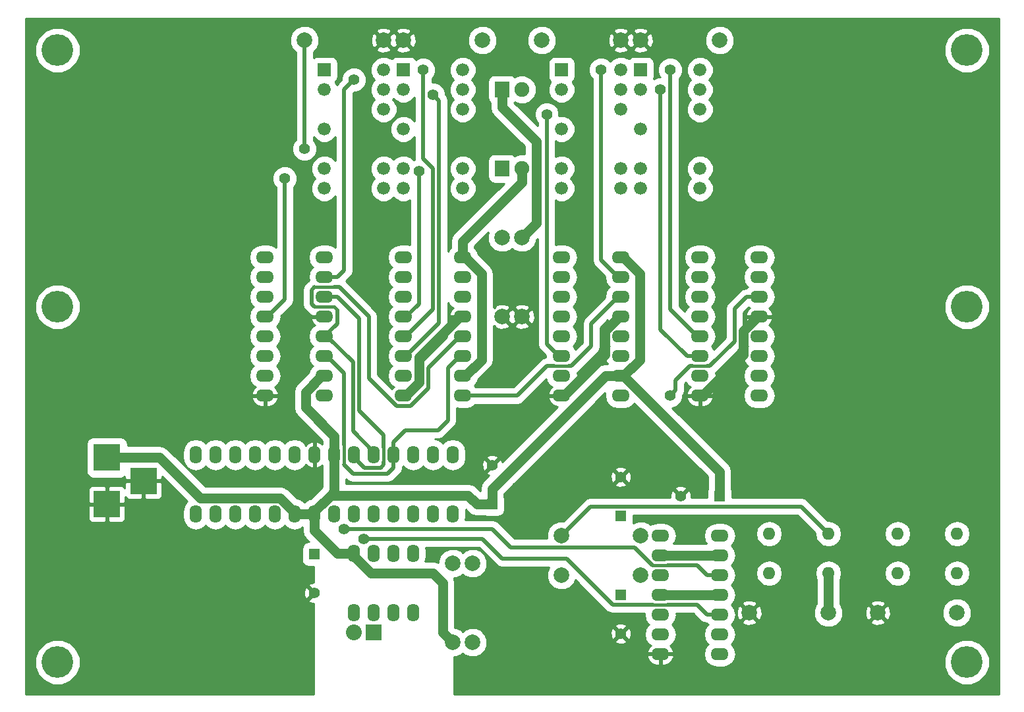
<source format=gbr>
G04 #@! TF.FileFunction,Copper,L1,Top,Signal*
%FSLAX46Y46*%
G04 Gerber Fmt 4.6, Leading zero omitted, Abs format (unit mm)*
G04 Created by KiCad (PCBNEW (2015-12-07 BZR 6352)-product) date Sun 07 Feb 2016 06:25:34 PM EST*
%MOMM*%
G01*
G04 APERTURE LIST*
%ADD10C,0.100000*%
%ADD11R,1.676400X1.676400*%
%ADD12C,1.676400*%
%ADD13R,3.500120X3.500120*%
%ADD14O,2.300000X1.600000*%
%ADD15R,1.400000X1.400000*%
%ADD16C,1.400000*%
%ADD17R,1.900000X2.000000*%
%ADD18C,1.900000*%
%ADD19O,1.600000X2.300000*%
%ADD20C,1.998980*%
%ADD21O,1.600000X1.600000*%
%ADD22R,2.032000X2.032000*%
%ADD23O,2.032000X2.032000*%
%ADD24C,4.064000*%
%ADD25C,1.270000*%
%ADD26C,0.508000*%
%ADD27C,0.431800*%
%ADD28C,0.254000*%
G04 APERTURE END LIST*
D10*
D11*
X49530000Y81280000D03*
D12*
X49530000Y78740000D03*
X49530000Y73660000D03*
X49530000Y68580000D03*
X49530000Y66040000D03*
X57150000Y66040000D03*
X57150000Y68580000D03*
X57150000Y76200000D03*
X57150000Y78740000D03*
X57150000Y81280000D03*
D13*
X11430000Y31399480D03*
X11430000Y25400000D03*
X16129000Y28399740D03*
D14*
X82550000Y21350000D03*
X82550000Y18810000D03*
X82550000Y16270000D03*
X82550000Y13730000D03*
X82550000Y11190000D03*
X82550000Y8650000D03*
X82550000Y6110000D03*
X90170000Y6110000D03*
X90170000Y8650000D03*
X90170000Y11190000D03*
X90170000Y13730000D03*
X90170000Y16270000D03*
X90170000Y18810000D03*
X90170000Y21350000D03*
D11*
X80010000Y81280000D03*
D12*
X80010000Y78740000D03*
X80010000Y73660000D03*
X80010000Y68580000D03*
X80010000Y66040000D03*
X87630000Y66040000D03*
X87630000Y68580000D03*
X87630000Y76200000D03*
X87630000Y78740000D03*
X87630000Y81280000D03*
D14*
X31750000Y57150000D03*
X31750000Y54610000D03*
X31750000Y52070000D03*
X31750000Y49530000D03*
X31750000Y46990000D03*
X31750000Y44450000D03*
X31750000Y41910000D03*
X31750000Y39370000D03*
X39370000Y39370000D03*
X39370000Y41910000D03*
X39370000Y44450000D03*
X39370000Y46990000D03*
X39370000Y49530000D03*
X39370000Y52070000D03*
X39370000Y54610000D03*
X39370000Y57150000D03*
D15*
X77470000Y13730000D03*
D16*
X77470000Y8730000D03*
D15*
X77470000Y23890000D03*
D16*
X77470000Y28890000D03*
D15*
X38060000Y18970000D03*
D16*
X38060000Y13970000D03*
D15*
X60960000Y25400000D03*
D16*
X60960000Y30400000D03*
D15*
X90170000Y26430000D03*
D16*
X85170000Y26430000D03*
D17*
X62230000Y68580000D03*
D18*
X64770000Y68580000D03*
D17*
X62230000Y78740000D03*
D18*
X64770000Y78740000D03*
D19*
X55880000Y31750000D03*
X53340000Y31750000D03*
X50800000Y31750000D03*
X48260000Y31750000D03*
X45720000Y31750000D03*
X43180000Y31750000D03*
X40640000Y31750000D03*
X38100000Y31750000D03*
X35560000Y31750000D03*
X33020000Y31750000D03*
X30480000Y31750000D03*
X27940000Y31750000D03*
X25400000Y31750000D03*
X22860000Y31750000D03*
X22860000Y24130000D03*
X25400000Y24130000D03*
X27940000Y24130000D03*
X30480000Y24130000D03*
X33020000Y24130000D03*
X35560000Y24130000D03*
X38100000Y24130000D03*
X40640000Y24130000D03*
X43180000Y24130000D03*
X45720000Y24130000D03*
X48260000Y24130000D03*
X50800000Y24130000D03*
X53340000Y24130000D03*
X55880000Y24130000D03*
D20*
X80010000Y16270000D03*
X69850000Y16270000D03*
X80010000Y21350000D03*
X69850000Y21350000D03*
X36830000Y85090000D03*
X46990000Y85090000D03*
X59690000Y85090000D03*
X49530000Y85090000D03*
X67310000Y85090000D03*
X77470000Y85090000D03*
X90170000Y85090000D03*
X80010000Y85090000D03*
X62230000Y59690000D03*
X62230000Y49530000D03*
X64770000Y59690000D03*
X64770000Y49530000D03*
X104140000Y11430000D03*
X93980000Y11430000D03*
X120650000Y11430000D03*
X110490000Y11430000D03*
D21*
X96520000Y21590000D03*
X96520000Y16510000D03*
X104140000Y16510000D03*
X104140000Y21590000D03*
X113030000Y21590000D03*
X113030000Y16510000D03*
X120650000Y16510000D03*
X120650000Y21590000D03*
D19*
X43140000Y11430000D03*
X45680000Y11430000D03*
X48220000Y11430000D03*
X50760000Y11430000D03*
X50760000Y19050000D03*
X48220000Y19050000D03*
X45680000Y19050000D03*
X43140000Y19050000D03*
D14*
X49530000Y57150000D03*
X49530000Y54610000D03*
X49530000Y52070000D03*
X49530000Y49530000D03*
X49530000Y46990000D03*
X49530000Y44450000D03*
X49530000Y41910000D03*
X49530000Y39370000D03*
X57150000Y39370000D03*
X57150000Y41910000D03*
X57150000Y44450000D03*
X57150000Y46990000D03*
X57150000Y49530000D03*
X57150000Y52070000D03*
X57150000Y54610000D03*
X57150000Y57150000D03*
X69850000Y57150000D03*
X69850000Y54610000D03*
X69850000Y52070000D03*
X69850000Y49530000D03*
X69850000Y46990000D03*
X69850000Y44450000D03*
X69850000Y41910000D03*
X69850000Y39370000D03*
X77470000Y39370000D03*
X77470000Y41910000D03*
X77470000Y44450000D03*
X77470000Y46990000D03*
X77470000Y49530000D03*
X77470000Y52070000D03*
X77470000Y54610000D03*
X77470000Y57150000D03*
X87630000Y57150000D03*
X87630000Y54610000D03*
X87630000Y52070000D03*
X87630000Y49530000D03*
X87630000Y46990000D03*
X87630000Y44450000D03*
X87630000Y41910000D03*
X87630000Y39370000D03*
X95250000Y39370000D03*
X95250000Y41910000D03*
X95250000Y44450000D03*
X95250000Y46990000D03*
X95250000Y49530000D03*
X95250000Y52070000D03*
X95250000Y54610000D03*
X95250000Y57150000D03*
D11*
X39370000Y81280000D03*
D12*
X39370000Y78740000D03*
X39370000Y73660000D03*
X39370000Y68580000D03*
X39370000Y66040000D03*
X46990000Y66040000D03*
X46990000Y68580000D03*
X46990000Y76200000D03*
X46990000Y78740000D03*
X46990000Y81280000D03*
D11*
X69850000Y81280000D03*
D12*
X69850000Y78740000D03*
X69850000Y73660000D03*
X69850000Y68580000D03*
X69850000Y66040000D03*
X77470000Y66040000D03*
X77470000Y68580000D03*
X77470000Y76200000D03*
X77470000Y78740000D03*
X77470000Y81280000D03*
D20*
X58420000Y17780000D03*
X58420000Y7620000D03*
X55880000Y17780000D03*
X55880000Y7620000D03*
D22*
X45720000Y8890000D03*
D23*
X43180000Y8890000D03*
D24*
X121920000Y83820000D03*
X121920000Y5080000D03*
X5080000Y5080000D03*
X5080000Y83820000D03*
X5080000Y50800000D03*
X121920000Y50800000D03*
D16*
X36830000Y71120000D03*
X34290000Y67310000D03*
X43180000Y80010000D03*
X51519825Y68216546D03*
X52070000Y81280000D03*
X53340000Y78105000D03*
X67945000Y75565000D03*
X83820000Y39370000D03*
X74930000Y81280000D03*
X83820000Y81280000D03*
X82550000Y78740000D03*
X44450000Y20955000D03*
X41910000Y22225000D03*
D25*
X51569010Y44299010D02*
X56800000Y49530000D01*
X51569010Y41059010D02*
X51569010Y44299010D01*
X56800000Y49530000D02*
X57150000Y49530000D01*
X49880000Y39370000D02*
X51569010Y41059010D01*
X49530000Y39370000D02*
X49880000Y39370000D01*
X87630000Y39370000D02*
X87980000Y39370000D01*
X87980000Y39370000D02*
X93210990Y44600990D01*
X93210990Y44600990D02*
X93210990Y47689610D01*
X93210990Y47689610D02*
X95051380Y49530000D01*
X95051380Y49530000D02*
X95250000Y49530000D01*
X69850000Y39370000D02*
X70200000Y39370000D01*
X70200000Y39370000D02*
X75430990Y44600990D01*
X75430990Y44600990D02*
X75430990Y47689610D01*
X75430990Y47689610D02*
X77271380Y49530000D01*
X77271380Y49530000D02*
X77470000Y49530000D01*
D26*
X40640000Y53340000D02*
X41275000Y53340000D01*
X41275000Y53340000D02*
X45085000Y49530000D01*
X45085000Y49530000D02*
X45085000Y41615195D01*
X45085000Y41615195D02*
X48638205Y38061990D01*
X48638205Y38061990D02*
X50421795Y38061990D01*
X50421795Y38061990D02*
X52712021Y40352216D01*
X52712021Y40352216D02*
X52712021Y42902021D01*
X52712021Y42902021D02*
X56800000Y46990000D01*
X56800000Y46990000D02*
X57150000Y46990000D01*
D27*
X38100000Y53340000D02*
X40640000Y53340000D01*
D26*
X37711990Y52951990D02*
X38100000Y53340000D01*
X38100000Y50800000D02*
X37711990Y51188010D01*
X37711990Y51188010D02*
X37711990Y52951990D01*
D27*
X40640000Y50800000D02*
X38100000Y50800000D01*
X41028010Y50411990D02*
X40640000Y50800000D01*
D26*
X39370000Y46990000D02*
X41028010Y48648010D01*
X41028010Y48648010D02*
X41028010Y50411990D01*
X43052989Y43657011D02*
X39720000Y46990000D01*
X39720000Y46990000D02*
X39370000Y46990000D01*
X43052989Y34767011D02*
X43052989Y43657011D01*
X45720000Y32100000D02*
X43052989Y34767011D01*
X45720000Y31750000D02*
X45720000Y32100000D01*
X43815000Y49283000D02*
X41028000Y52070000D01*
X46990000Y34290000D02*
X43815000Y37465000D01*
X41028000Y52070000D02*
X39370000Y52070000D01*
X46990000Y32679805D02*
X46990000Y34290000D01*
X43815000Y37465000D02*
X43815000Y49283000D01*
D27*
X46990000Y30820195D02*
X46990000Y32679805D01*
D26*
X46990000Y30480000D02*
X46990000Y30820195D01*
X46601990Y30091990D02*
X46990000Y30480000D01*
X43180000Y31750000D02*
X43180000Y31400000D01*
X43180000Y31400000D02*
X44488010Y30091990D01*
X44488010Y30091990D02*
X46601990Y30091990D01*
X48260000Y31750000D02*
X48260000Y33408000D01*
X48260000Y33408000D02*
X49777000Y34925000D01*
X49777000Y34925000D02*
X53975000Y34925000D01*
X55245000Y36195000D02*
X55245000Y42895000D01*
X53975000Y34925000D02*
X55245000Y36195000D01*
X55245000Y42895000D02*
X56800000Y44450000D01*
X56800000Y44450000D02*
X57150000Y44450000D01*
X47497979Y29329979D02*
X43060021Y29329979D01*
X43060021Y29329979D02*
X41910000Y30480000D01*
X48260000Y31750000D02*
X48260000Y30092000D01*
X48260000Y30092000D02*
X47497979Y29329979D01*
X41910000Y33020000D02*
X41910000Y42260000D01*
X41910000Y42260000D02*
X39720000Y44450000D01*
X39720000Y44450000D02*
X39370000Y44450000D01*
D27*
X41910000Y30480000D02*
X41910000Y33020000D01*
D25*
X60960000Y25400000D02*
X60960000Y27370000D01*
X60960000Y27370000D02*
X75500000Y41910000D01*
X75500000Y41910000D02*
X77470000Y41910000D01*
X57150000Y57150000D02*
X57150000Y59220000D01*
X57150000Y59220000D02*
X64770000Y66840000D01*
X64770000Y66840000D02*
X64770000Y68580000D01*
X40640000Y31750000D02*
X40640000Y34170000D01*
X39020000Y41910000D02*
X39370000Y41910000D01*
X40640000Y34170000D02*
X36950000Y37860000D01*
X36950000Y37860000D02*
X36950000Y39840000D01*
X36950000Y39840000D02*
X39020000Y41910000D01*
X57150000Y41910000D02*
X57500000Y41910000D01*
X59570000Y55080000D02*
X57500000Y57150000D01*
X57500000Y41910000D02*
X59570000Y43980000D01*
X59570000Y43980000D02*
X59570000Y55080000D01*
X57500000Y57150000D02*
X57150000Y57150000D01*
X77470000Y41910000D02*
X77820000Y41910000D01*
X77820000Y41910000D02*
X79890000Y43980000D01*
X79890000Y43980000D02*
X79890000Y55080000D01*
X79890000Y55080000D02*
X77820000Y57150000D01*
X77820000Y57150000D02*
X77470000Y57150000D01*
X90170000Y26430000D02*
X90170000Y29560000D01*
X90170000Y29560000D02*
X77820000Y41910000D01*
X54610000Y15240000D02*
X54610000Y8890000D01*
X54610000Y8890000D02*
X55880000Y7620000D01*
X53340000Y16510000D02*
X54610000Y15240000D01*
X45330000Y16510000D02*
X53340000Y16510000D01*
X43140000Y19050000D02*
X43140000Y18700000D01*
X43140000Y18700000D02*
X45330000Y16510000D01*
X43140000Y19050000D02*
X41070000Y19050000D01*
X41070000Y19050000D02*
X38100000Y22020000D01*
X38100000Y22020000D02*
X38100000Y24130000D01*
X11430000Y31399480D02*
X18229582Y31399480D01*
X18229582Y31399480D02*
X23460052Y26169010D01*
X23460052Y26169010D02*
X33719610Y26169010D01*
X33719610Y26169010D02*
X35560000Y24328620D01*
X35560000Y24328620D02*
X35560000Y24130000D01*
X38100000Y24130000D02*
X35560000Y24130000D01*
X40170000Y26550000D02*
X40640000Y27020000D01*
X40640000Y27020000D02*
X40640000Y31750000D01*
X60960000Y25400000D02*
X58990000Y25400000D01*
X38100000Y24480000D02*
X38100000Y24130000D01*
X58990000Y25400000D02*
X57840000Y26550000D01*
X57840000Y26550000D02*
X40170000Y26550000D01*
X40170000Y26550000D02*
X38100000Y24480000D01*
X64770000Y59690000D02*
X66609001Y61529001D01*
X62230000Y76470000D02*
X62230000Y78740000D01*
X66609001Y61529001D02*
X66609001Y72090999D01*
X66609001Y72090999D02*
X62230000Y76470000D01*
D26*
X36830000Y71120000D02*
X36830000Y85090000D01*
X32100000Y49530000D02*
X34290000Y51720000D01*
X34290000Y51720000D02*
X34290000Y67310000D01*
X31750000Y49530000D02*
X32100000Y49530000D01*
X41910000Y55492000D02*
X41910000Y78740000D01*
X41910000Y78740000D02*
X43180000Y80010000D01*
X39370000Y54610000D02*
X41028000Y54610000D01*
X41028000Y54610000D02*
X41910000Y55492000D01*
X39370000Y54610000D02*
X39720000Y54610000D01*
X49880000Y49530000D02*
X51519825Y51169825D01*
X49530000Y49530000D02*
X49880000Y49530000D01*
X51519825Y51169825D02*
X51519825Y68216546D01*
X52070000Y69841991D02*
X52070000Y81280000D01*
X53357963Y68554028D02*
X52070000Y69841991D01*
X49880000Y46990000D02*
X53357963Y50467963D01*
X49530000Y46990000D02*
X49880000Y46990000D01*
X53357963Y50467963D02*
X53357963Y68554028D01*
X49530000Y44450000D02*
X49880000Y44450000D01*
X54119973Y48689973D02*
X54119973Y77325027D01*
X54119973Y77325027D02*
X53340000Y78105000D01*
X49880000Y44450000D02*
X54119973Y48689973D01*
D27*
X68920195Y43180000D02*
X70779805Y43180000D01*
D26*
X71120000Y43180000D02*
X70779805Y43180000D01*
X73660000Y45720000D02*
X73660000Y48610000D01*
X73660000Y48610000D02*
X77120000Y52070000D01*
X77120000Y52070000D02*
X77470000Y52070000D01*
X71120000Y43180000D02*
X73660000Y45720000D01*
X67945000Y43180000D02*
X68920195Y43180000D01*
X64135000Y39370000D02*
X67945000Y43180000D01*
X57150000Y39370000D02*
X64135000Y39370000D01*
X69850000Y44450000D02*
X69500000Y44450000D01*
X69500000Y44450000D02*
X67945000Y46005000D01*
X67945000Y46005000D02*
X67945000Y75565000D01*
D27*
X86700195Y43180000D02*
X88559805Y43180000D01*
D26*
X88900000Y43180000D02*
X88559805Y43180000D01*
X95250000Y52070000D02*
X93592000Y52070000D01*
X93592000Y52070000D02*
X92067979Y50545979D01*
X92067979Y50545979D02*
X92067979Y46347979D01*
X92067979Y46347979D02*
X88900000Y43180000D01*
X86360000Y43180000D02*
X86700195Y43180000D01*
X84519999Y41339999D02*
X86360000Y43180000D01*
X83820000Y39370000D02*
X84519999Y40069999D01*
X84519999Y40069999D02*
X84519999Y41339999D01*
X77470000Y54610000D02*
X77120000Y54610000D01*
X74930000Y56800000D02*
X74930000Y81280000D01*
X77120000Y54610000D02*
X74930000Y56800000D01*
X87630000Y46990000D02*
X87280000Y46990000D01*
X87280000Y46990000D02*
X83820000Y50450000D01*
X83820000Y50450000D02*
X83820000Y81280000D01*
X82550000Y47872000D02*
X82550000Y78740000D01*
X87630000Y44450000D02*
X85972000Y44450000D01*
X85972000Y44450000D02*
X82550000Y47872000D01*
D27*
X83479895Y12459910D02*
X81620105Y12459910D01*
D26*
X90170000Y11190000D02*
X88512000Y11190000D01*
X88512000Y11190000D02*
X87242090Y12459910D01*
X87242090Y12459910D02*
X83479895Y12459910D01*
X76425688Y12459910D02*
X81620105Y12459910D01*
X76425688Y12459910D02*
X70485000Y18400598D01*
X59690000Y20955000D02*
X44450000Y20955000D01*
X70485000Y18400598D02*
X62244402Y18400598D01*
X62244402Y18400598D02*
X59690000Y20955000D01*
X81620105Y17539910D02*
X81520090Y17539910D01*
X81520090Y17539910D02*
X79217491Y19842509D01*
X79217491Y19842509D02*
X63342491Y19842509D01*
X63342491Y19842509D02*
X60960000Y22225000D01*
X60960000Y22225000D02*
X41910000Y22225000D01*
D27*
X83479895Y17539910D02*
X81620105Y17539910D01*
D26*
X90170000Y16270000D02*
X88512000Y16270000D01*
X87242090Y17539910D02*
X83479895Y17539910D01*
X88512000Y16270000D02*
X87242090Y17539910D01*
X104140000Y21590000D02*
X100631999Y25098001D01*
X100631999Y25098001D02*
X73598001Y25098001D01*
X73598001Y25098001D02*
X69850000Y21350000D01*
D25*
X104140000Y11430000D02*
X104140000Y16510000D01*
X82550000Y18810000D02*
X90170000Y18810000D01*
X82550000Y13730000D02*
X90170000Y13730000D01*
D28*
G36*
X126036000Y964000D02*
X56007000Y964000D01*
X56007000Y5731398D01*
X56253996Y5731183D01*
X56948346Y6018082D01*
X57149886Y6219270D01*
X57348859Y6019949D01*
X58042708Y5731838D01*
X58793996Y5731183D01*
X58866064Y5760961D01*
X80808096Y5760961D01*
X80825633Y5678181D01*
X81095500Y5185104D01*
X81533517Y4832834D01*
X82073000Y4675000D01*
X82423000Y4675000D01*
X82423000Y5983000D01*
X82677000Y5983000D01*
X82677000Y4675000D01*
X83027000Y4675000D01*
X83566483Y4832834D01*
X84004500Y5185104D01*
X84274367Y5678181D01*
X84291904Y5760961D01*
X84169915Y5983000D01*
X82677000Y5983000D01*
X82423000Y5983000D01*
X80930085Y5983000D01*
X80808096Y5760961D01*
X58866064Y5760961D01*
X59488346Y6018082D01*
X60020051Y6548859D01*
X60308162Y7242708D01*
X60308643Y7794725D01*
X76714331Y7794725D01*
X76776169Y7558958D01*
X77277122Y7382581D01*
X77807440Y7411336D01*
X78163831Y7558958D01*
X78225669Y7794725D01*
X77470000Y8550395D01*
X76714331Y7794725D01*
X60308643Y7794725D01*
X60308817Y7993996D01*
X60021918Y8688346D01*
X59787796Y8922878D01*
X76122581Y8922878D01*
X76151336Y8392560D01*
X76298958Y8036169D01*
X76534725Y7974331D01*
X77290395Y8730000D01*
X77649605Y8730000D01*
X78405275Y7974331D01*
X78641042Y8036169D01*
X78817419Y8537122D01*
X78788664Y9067440D01*
X78641042Y9423831D01*
X78405275Y9485669D01*
X77649605Y8730000D01*
X77290395Y8730000D01*
X76534725Y9485669D01*
X76298958Y9423831D01*
X76122581Y8922878D01*
X59787796Y8922878D01*
X59491141Y9220051D01*
X58797292Y9508162D01*
X58046004Y9508817D01*
X57351654Y9221918D01*
X57150114Y9020730D01*
X56951141Y9220051D01*
X56257292Y9508162D01*
X56147004Y9508258D01*
X56134000Y9521262D01*
X56134000Y9665275D01*
X76714331Y9665275D01*
X77470000Y8909605D01*
X78225669Y9665275D01*
X78163831Y9901042D01*
X77662878Y10077419D01*
X77132560Y10048664D01*
X76776169Y9901042D01*
X76714331Y9665275D01*
X56134000Y9665275D01*
X56134000Y15240000D01*
X56017992Y15823210D01*
X56007000Y15839661D01*
X56007000Y15891398D01*
X56253996Y15891183D01*
X56948346Y16178082D01*
X57149886Y16379270D01*
X57348859Y16179949D01*
X58042708Y15891838D01*
X58793996Y15891183D01*
X59488346Y16178082D01*
X60020051Y16708859D01*
X60308162Y17402708D01*
X60308817Y18153996D01*
X60021918Y18848346D01*
X59491141Y19380051D01*
X58797292Y19668162D01*
X58046004Y19668817D01*
X57351654Y19381918D01*
X57150114Y19180730D01*
X56951141Y19380051D01*
X56257292Y19668162D01*
X55506004Y19668817D01*
X54811654Y19381918D01*
X54279949Y18851141D01*
X53991838Y18157292D01*
X53991620Y17907000D01*
X53939661Y17907000D01*
X53923210Y17917992D01*
X53340000Y18034000D01*
X52324471Y18034000D01*
X52449000Y18660054D01*
X52449000Y19439946D01*
X52374994Y19812000D01*
X59216554Y19812000D01*
X61436179Y17592375D01*
X61806995Y17344604D01*
X62244402Y17257598D01*
X68215259Y17257598D01*
X67961838Y16647292D01*
X67961183Y15896004D01*
X68248082Y15201654D01*
X68778859Y14669949D01*
X69472708Y14381838D01*
X70223996Y14381183D01*
X70918346Y14668082D01*
X71450051Y15198859D01*
X71632032Y15637120D01*
X75617465Y11651687D01*
X75988281Y11403916D01*
X76425688Y11316910D01*
X80496298Y11316910D01*
X80471054Y11190000D01*
X80599621Y10543648D01*
X80965751Y9995697D01*
X81079039Y9920000D01*
X80965751Y9844303D01*
X80599621Y9296352D01*
X80471054Y8650000D01*
X80599621Y8003648D01*
X80965751Y7455697D01*
X81322409Y7217385D01*
X81095500Y7034896D01*
X80825633Y6541819D01*
X80808096Y6459039D01*
X80930085Y6237000D01*
X82423000Y6237000D01*
X82423000Y6257000D01*
X82677000Y6257000D01*
X82677000Y6237000D01*
X84169915Y6237000D01*
X84291904Y6459039D01*
X84274367Y6541819D01*
X84004500Y7034896D01*
X83777591Y7217385D01*
X84134249Y7455697D01*
X84500379Y8003648D01*
X84628946Y8650000D01*
X84500379Y9296352D01*
X84134249Y9844303D01*
X84020961Y9920000D01*
X84134249Y9995697D01*
X84500379Y10543648D01*
X84628946Y11190000D01*
X84603702Y11316910D01*
X86768644Y11316910D01*
X87703777Y10381777D01*
X88074593Y10134006D01*
X88512000Y10047000D01*
X88551471Y10047000D01*
X88585751Y9995697D01*
X88699039Y9920000D01*
X88585751Y9844303D01*
X88219621Y9296352D01*
X88091054Y8650000D01*
X88219621Y8003648D01*
X88585751Y7455697D01*
X88699039Y7380000D01*
X88585751Y7304303D01*
X88219621Y6756352D01*
X88091054Y6110000D01*
X88219621Y5463648D01*
X88585751Y4915697D01*
X89133702Y4549567D01*
X89780054Y4421000D01*
X90559946Y4421000D01*
X90964778Y4501526D01*
X118998494Y4501526D01*
X119442253Y3427548D01*
X120263226Y2605140D01*
X121336428Y2159508D01*
X122498474Y2158494D01*
X123572452Y2602253D01*
X124394860Y3423226D01*
X124840492Y4496428D01*
X124841506Y5658474D01*
X124397747Y6732452D01*
X123576774Y7554860D01*
X122503572Y8000492D01*
X121341526Y8001506D01*
X120267548Y7557747D01*
X119445140Y6736774D01*
X118999508Y5663572D01*
X118998494Y4501526D01*
X90964778Y4501526D01*
X91206298Y4549567D01*
X91754249Y4915697D01*
X92120379Y5463648D01*
X92248946Y6110000D01*
X92120379Y6756352D01*
X91754249Y7304303D01*
X91640961Y7380000D01*
X91754249Y7455697D01*
X92120379Y8003648D01*
X92248946Y8650000D01*
X92120379Y9296352D01*
X91754249Y9844303D01*
X91640961Y9920000D01*
X91754249Y9995697D01*
X91942769Y10277837D01*
X93007443Y10277837D01*
X93106042Y10011035D01*
X93715582Y9784599D01*
X94365377Y9808659D01*
X94853958Y10011035D01*
X94952557Y10277837D01*
X93980000Y11250395D01*
X93007443Y10277837D01*
X91942769Y10277837D01*
X92120379Y10543648D01*
X92248946Y11190000D01*
X92148612Y11694418D01*
X92334599Y11694418D01*
X92358659Y11044623D01*
X92561035Y10556042D01*
X92827837Y10457443D01*
X93800395Y11430000D01*
X94159605Y11430000D01*
X95132163Y10457443D01*
X95398965Y10556042D01*
X95584694Y11056004D01*
X102251183Y11056004D01*
X102538082Y10361654D01*
X103068859Y9829949D01*
X103762708Y9541838D01*
X104513996Y9541183D01*
X105208346Y9828082D01*
X105658887Y10277837D01*
X109517443Y10277837D01*
X109616042Y10011035D01*
X110225582Y9784599D01*
X110875377Y9808659D01*
X111363958Y10011035D01*
X111462557Y10277837D01*
X110490000Y11250395D01*
X109517443Y10277837D01*
X105658887Y10277837D01*
X105740051Y10358859D01*
X106028162Y11052708D01*
X106028721Y11694418D01*
X108844599Y11694418D01*
X108868659Y11044623D01*
X109071035Y10556042D01*
X109337837Y10457443D01*
X110310395Y11430000D01*
X110669605Y11430000D01*
X111642163Y10457443D01*
X111908965Y10556042D01*
X112094694Y11056004D01*
X118761183Y11056004D01*
X119048082Y10361654D01*
X119578859Y9829949D01*
X120272708Y9541838D01*
X121023996Y9541183D01*
X121718346Y9828082D01*
X122250051Y10358859D01*
X122538162Y11052708D01*
X122538817Y11803996D01*
X122251918Y12498346D01*
X121721141Y13030051D01*
X121027292Y13318162D01*
X120276004Y13318817D01*
X119581654Y13031918D01*
X119049949Y12501141D01*
X118761838Y11807292D01*
X118761183Y11056004D01*
X112094694Y11056004D01*
X112135401Y11165582D01*
X112111341Y11815377D01*
X111908965Y12303958D01*
X111642163Y12402557D01*
X110669605Y11430000D01*
X110310395Y11430000D01*
X109337837Y12402557D01*
X109071035Y12303958D01*
X108844599Y11694418D01*
X106028721Y11694418D01*
X106028817Y11803996D01*
X105741918Y12498346D01*
X105664000Y12576400D01*
X105664000Y12582163D01*
X109517443Y12582163D01*
X110490000Y11609605D01*
X111462557Y12582163D01*
X111363958Y12848965D01*
X110754418Y13075401D01*
X110104623Y13051341D01*
X109616042Y12848965D01*
X109517443Y12582163D01*
X105664000Y12582163D01*
X105664000Y15759601D01*
X105733522Y15863648D01*
X105862089Y16510000D01*
X111307911Y16510000D01*
X111436478Y15863648D01*
X111802608Y15315697D01*
X112350559Y14949567D01*
X112996911Y14821000D01*
X113063089Y14821000D01*
X113709441Y14949567D01*
X114257392Y15315697D01*
X114623522Y15863648D01*
X114752089Y16510000D01*
X118927911Y16510000D01*
X119056478Y15863648D01*
X119422608Y15315697D01*
X119970559Y14949567D01*
X120616911Y14821000D01*
X120683089Y14821000D01*
X121329441Y14949567D01*
X121877392Y15315697D01*
X122243522Y15863648D01*
X122372089Y16510000D01*
X122243522Y17156352D01*
X121877392Y17704303D01*
X121329441Y18070433D01*
X120683089Y18199000D01*
X120616911Y18199000D01*
X119970559Y18070433D01*
X119422608Y17704303D01*
X119056478Y17156352D01*
X118927911Y16510000D01*
X114752089Y16510000D01*
X114623522Y17156352D01*
X114257392Y17704303D01*
X113709441Y18070433D01*
X113063089Y18199000D01*
X112996911Y18199000D01*
X112350559Y18070433D01*
X111802608Y17704303D01*
X111436478Y17156352D01*
X111307911Y16510000D01*
X105862089Y16510000D01*
X105733522Y17156352D01*
X105367392Y17704303D01*
X104819441Y18070433D01*
X104173089Y18199000D01*
X104106911Y18199000D01*
X103460559Y18070433D01*
X102912608Y17704303D01*
X102546478Y17156352D01*
X102417911Y16510000D01*
X102546478Y15863648D01*
X102616000Y15759601D01*
X102616000Y12577059D01*
X102539949Y12501141D01*
X102251838Y11807292D01*
X102251183Y11056004D01*
X95584694Y11056004D01*
X95625401Y11165582D01*
X95601341Y11815377D01*
X95398965Y12303958D01*
X95132163Y12402557D01*
X94159605Y11430000D01*
X93800395Y11430000D01*
X92827837Y12402557D01*
X92561035Y12303958D01*
X92334599Y11694418D01*
X92148612Y11694418D01*
X92120379Y11836352D01*
X91754249Y12384303D01*
X91640961Y12460000D01*
X91754249Y12535697D01*
X91785296Y12582163D01*
X93007443Y12582163D01*
X93980000Y11609605D01*
X94952557Y12582163D01*
X94853958Y12848965D01*
X94244418Y13075401D01*
X93594623Y13051341D01*
X93106042Y12848965D01*
X93007443Y12582163D01*
X91785296Y12582163D01*
X92120379Y13083648D01*
X92248946Y13730000D01*
X92120379Y14376352D01*
X91754249Y14924303D01*
X91640961Y15000000D01*
X91754249Y15075697D01*
X92120379Y15623648D01*
X92248946Y16270000D01*
X92201208Y16510000D01*
X94797911Y16510000D01*
X94926478Y15863648D01*
X95292608Y15315697D01*
X95840559Y14949567D01*
X96486911Y14821000D01*
X96553089Y14821000D01*
X97199441Y14949567D01*
X97747392Y15315697D01*
X98113522Y15863648D01*
X98242089Y16510000D01*
X98113522Y17156352D01*
X97747392Y17704303D01*
X97199441Y18070433D01*
X96553089Y18199000D01*
X96486911Y18199000D01*
X95840559Y18070433D01*
X95292608Y17704303D01*
X94926478Y17156352D01*
X94797911Y16510000D01*
X92201208Y16510000D01*
X92120379Y16916352D01*
X91754249Y17464303D01*
X91640961Y17540000D01*
X91754249Y17615697D01*
X92120379Y18163648D01*
X92248946Y18810000D01*
X92120379Y19456352D01*
X91754249Y20004303D01*
X91640961Y20080000D01*
X91754249Y20155697D01*
X92120379Y20703648D01*
X92248946Y21350000D01*
X92201208Y21590000D01*
X94797911Y21590000D01*
X94926478Y20943648D01*
X95292608Y20395697D01*
X95840559Y20029567D01*
X96486911Y19901000D01*
X96553089Y19901000D01*
X97199441Y20029567D01*
X97747392Y20395697D01*
X98113522Y20943648D01*
X98242089Y21590000D01*
X98113522Y22236352D01*
X97747392Y22784303D01*
X97199441Y23150433D01*
X96553089Y23279000D01*
X96486911Y23279000D01*
X95840559Y23150433D01*
X95292608Y22784303D01*
X94926478Y22236352D01*
X94797911Y21590000D01*
X92201208Y21590000D01*
X92120379Y21996352D01*
X91754249Y22544303D01*
X91206298Y22910433D01*
X90559946Y23039000D01*
X89780054Y23039000D01*
X89133702Y22910433D01*
X88585751Y22544303D01*
X88219621Y21996352D01*
X88091054Y21350000D01*
X88219621Y20703648D01*
X88466612Y20334000D01*
X84253388Y20334000D01*
X84500379Y20703648D01*
X84628946Y21350000D01*
X84500379Y21996352D01*
X84134249Y22544303D01*
X83586298Y22910433D01*
X82939946Y23039000D01*
X82160054Y23039000D01*
X81513702Y22910433D01*
X81277944Y22752904D01*
X81081141Y22950051D01*
X80387292Y23238162D01*
X79636004Y23238817D01*
X79036106Y22990945D01*
X79076416Y23190000D01*
X79076416Y23955001D01*
X100158553Y23955001D01*
X102435438Y21678116D01*
X102417911Y21590000D01*
X102546478Y20943648D01*
X102912608Y20395697D01*
X103460559Y20029567D01*
X104106911Y19901000D01*
X104173089Y19901000D01*
X104819441Y20029567D01*
X105367392Y20395697D01*
X105733522Y20943648D01*
X105862089Y21590000D01*
X111307911Y21590000D01*
X111436478Y20943648D01*
X111802608Y20395697D01*
X112350559Y20029567D01*
X112996911Y19901000D01*
X113063089Y19901000D01*
X113709441Y20029567D01*
X114257392Y20395697D01*
X114623522Y20943648D01*
X114752089Y21590000D01*
X118927911Y21590000D01*
X119056478Y20943648D01*
X119422608Y20395697D01*
X119970559Y20029567D01*
X120616911Y19901000D01*
X120683089Y19901000D01*
X121329441Y20029567D01*
X121877392Y20395697D01*
X122243522Y20943648D01*
X122372089Y21590000D01*
X122243522Y22236352D01*
X121877392Y22784303D01*
X121329441Y23150433D01*
X120683089Y23279000D01*
X120616911Y23279000D01*
X119970559Y23150433D01*
X119422608Y22784303D01*
X119056478Y22236352D01*
X118927911Y21590000D01*
X114752089Y21590000D01*
X114623522Y22236352D01*
X114257392Y22784303D01*
X113709441Y23150433D01*
X113063089Y23279000D01*
X112996911Y23279000D01*
X112350559Y23150433D01*
X111802608Y22784303D01*
X111436478Y22236352D01*
X111307911Y21590000D01*
X105862089Y21590000D01*
X105733522Y22236352D01*
X105367392Y22784303D01*
X104819441Y23150433D01*
X104173089Y23279000D01*
X104106911Y23279000D01*
X104073994Y23272452D01*
X101440222Y25906224D01*
X101069406Y26153995D01*
X100631999Y26241001D01*
X91776416Y26241001D01*
X91776416Y27130000D01*
X91714427Y27459444D01*
X91694000Y27491188D01*
X91694000Y29560000D01*
X91577992Y30143210D01*
X91247631Y30637631D01*
X91247628Y30637633D01*
X84104510Y37780751D01*
X84134685Y37780725D01*
X84718920Y38022126D01*
X85166303Y38468729D01*
X85395609Y39020961D01*
X85888096Y39020961D01*
X85905633Y38938181D01*
X86175500Y38445104D01*
X86613517Y38092834D01*
X87153000Y37935000D01*
X87503000Y37935000D01*
X87503000Y39243000D01*
X87757000Y39243000D01*
X87757000Y37935000D01*
X88107000Y37935000D01*
X88646483Y38092834D01*
X89084500Y38445104D01*
X89354367Y38938181D01*
X89371904Y39020961D01*
X89249915Y39243000D01*
X87757000Y39243000D01*
X87503000Y39243000D01*
X86010085Y39243000D01*
X85888096Y39020961D01*
X85395609Y39020961D01*
X85408723Y39052542D01*
X85409011Y39382686D01*
X85575993Y39632592D01*
X85662999Y40069999D01*
X85662999Y40866553D01*
X85832017Y41035571D01*
X86045751Y40715697D01*
X86402409Y40477385D01*
X86175500Y40294896D01*
X85905633Y39801819D01*
X85888096Y39719039D01*
X86010085Y39497000D01*
X87503000Y39497000D01*
X87503000Y39517000D01*
X87757000Y39517000D01*
X87757000Y39497000D01*
X89249915Y39497000D01*
X89371904Y39719039D01*
X89354367Y39801819D01*
X89084500Y40294896D01*
X88857591Y40477385D01*
X89214249Y40715697D01*
X89580379Y41263648D01*
X89708946Y41910000D01*
X89627784Y42318030D01*
X89708223Y42371777D01*
X92876202Y45539756D01*
X93123973Y45910572D01*
X93210979Y46347979D01*
X93210979Y46789283D01*
X93299621Y46343648D01*
X93665751Y45795697D01*
X93779039Y45720000D01*
X93665751Y45644303D01*
X93299621Y45096352D01*
X93171054Y44450000D01*
X93299621Y43803648D01*
X93665751Y43255697D01*
X93779039Y43180000D01*
X93665751Y43104303D01*
X93299621Y42556352D01*
X93171054Y41910000D01*
X93299621Y41263648D01*
X93665751Y40715697D01*
X93779039Y40640000D01*
X93665751Y40564303D01*
X93299621Y40016352D01*
X93171054Y39370000D01*
X93299621Y38723648D01*
X93665751Y38175697D01*
X94213702Y37809567D01*
X94860054Y37681000D01*
X95639946Y37681000D01*
X96286298Y37809567D01*
X96834249Y38175697D01*
X97200379Y38723648D01*
X97328946Y39370000D01*
X97200379Y40016352D01*
X96834249Y40564303D01*
X96720961Y40640000D01*
X96834249Y40715697D01*
X97200379Y41263648D01*
X97328946Y41910000D01*
X97200379Y42556352D01*
X96834249Y43104303D01*
X96720961Y43180000D01*
X96834249Y43255697D01*
X97200379Y43803648D01*
X97328946Y44450000D01*
X97200379Y45096352D01*
X96834249Y45644303D01*
X96720961Y45720000D01*
X96834249Y45795697D01*
X97200379Y46343648D01*
X97328946Y46990000D01*
X97200379Y47636352D01*
X96834249Y48184303D01*
X96477591Y48422615D01*
X96704500Y48605104D01*
X96974367Y49098181D01*
X96991904Y49180961D01*
X96869915Y49403000D01*
X95377000Y49403000D01*
X95377000Y49383000D01*
X95123000Y49383000D01*
X95123000Y49403000D01*
X93630085Y49403000D01*
X93508096Y49180961D01*
X93525633Y49098181D01*
X93795500Y48605104D01*
X94022409Y48422615D01*
X93665751Y48184303D01*
X93299621Y47636352D01*
X93210979Y47190717D01*
X93210979Y50072533D01*
X93874597Y50736151D01*
X94022409Y50637385D01*
X93795500Y50454896D01*
X93525633Y49961819D01*
X93508096Y49879039D01*
X93630085Y49657000D01*
X95123000Y49657000D01*
X95123000Y49677000D01*
X95377000Y49677000D01*
X95377000Y49657000D01*
X96869915Y49657000D01*
X96991904Y49879039D01*
X96974367Y49961819D01*
X96832227Y50221526D01*
X118998494Y50221526D01*
X119442253Y49147548D01*
X120263226Y48325140D01*
X121336428Y47879508D01*
X122498474Y47878494D01*
X123572452Y48322253D01*
X124394860Y49143226D01*
X124840492Y50216428D01*
X124841506Y51378474D01*
X124397747Y52452452D01*
X123576774Y53274860D01*
X122503572Y53720492D01*
X121341526Y53721506D01*
X120267548Y53277747D01*
X119445140Y52456774D01*
X118999508Y51383572D01*
X118998494Y50221526D01*
X96832227Y50221526D01*
X96704500Y50454896D01*
X96477591Y50637385D01*
X96834249Y50875697D01*
X97200379Y51423648D01*
X97328946Y52070000D01*
X97200379Y52716352D01*
X96834249Y53264303D01*
X96720961Y53340000D01*
X96834249Y53415697D01*
X97200379Y53963648D01*
X97328946Y54610000D01*
X97200379Y55256352D01*
X96834249Y55804303D01*
X96720961Y55880000D01*
X96834249Y55955697D01*
X97200379Y56503648D01*
X97328946Y57150000D01*
X97200379Y57796352D01*
X96834249Y58344303D01*
X96286298Y58710433D01*
X95639946Y58839000D01*
X94860054Y58839000D01*
X94213702Y58710433D01*
X93665751Y58344303D01*
X93299621Y57796352D01*
X93171054Y57150000D01*
X93299621Y56503648D01*
X93665751Y55955697D01*
X93779039Y55880000D01*
X93665751Y55804303D01*
X93299621Y55256352D01*
X93171054Y54610000D01*
X93299621Y53963648D01*
X93665751Y53415697D01*
X93779039Y53340000D01*
X93665751Y53264303D01*
X93631471Y53213000D01*
X93592000Y53213000D01*
X93154593Y53125994D01*
X92783777Y52878223D01*
X91259756Y51354202D01*
X91011985Y50983386D01*
X90924979Y50545979D01*
X90924979Y46821425D01*
X89427983Y45324429D01*
X89214249Y45644303D01*
X89100961Y45720000D01*
X89214249Y45795697D01*
X89580379Y46343648D01*
X89708946Y46990000D01*
X89580379Y47636352D01*
X89214249Y48184303D01*
X89100961Y48260000D01*
X89214249Y48335697D01*
X89580379Y48883648D01*
X89708946Y49530000D01*
X89580379Y50176352D01*
X89214249Y50724303D01*
X89100961Y50800000D01*
X89214249Y50875697D01*
X89580379Y51423648D01*
X89708946Y52070000D01*
X89580379Y52716352D01*
X89214249Y53264303D01*
X89100961Y53340000D01*
X89214249Y53415697D01*
X89580379Y53963648D01*
X89708946Y54610000D01*
X89580379Y55256352D01*
X89214249Y55804303D01*
X89100961Y55880000D01*
X89214249Y55955697D01*
X89580379Y56503648D01*
X89708946Y57150000D01*
X89580379Y57796352D01*
X89214249Y58344303D01*
X88666298Y58710433D01*
X88019946Y58839000D01*
X87240054Y58839000D01*
X86593702Y58710433D01*
X86045751Y58344303D01*
X85679621Y57796352D01*
X85551054Y57150000D01*
X85679621Y56503648D01*
X86045751Y55955697D01*
X86159039Y55880000D01*
X86045751Y55804303D01*
X85679621Y55256352D01*
X85551054Y54610000D01*
X85679621Y53963648D01*
X86045751Y53415697D01*
X86159039Y53340000D01*
X86045751Y53264303D01*
X85679621Y52716352D01*
X85551054Y52070000D01*
X85679621Y51423648D01*
X86045751Y50875697D01*
X86159039Y50800000D01*
X86045751Y50724303D01*
X85691827Y50194619D01*
X84963000Y50923446D01*
X84963000Y68237946D01*
X85902501Y68237946D01*
X86164897Y67602898D01*
X86457369Y67309915D01*
X86166605Y67019658D01*
X85903100Y66385069D01*
X85902501Y65697946D01*
X86164897Y65062898D01*
X86650342Y64576605D01*
X87284931Y64313100D01*
X87972054Y64312501D01*
X88607102Y64574897D01*
X89093395Y65060342D01*
X89356900Y65694931D01*
X89357499Y66382054D01*
X89095103Y67017102D01*
X88802631Y67310085D01*
X89093395Y67600342D01*
X89356900Y68234931D01*
X89357499Y68922054D01*
X89095103Y69557102D01*
X88609658Y70043395D01*
X87975069Y70306900D01*
X87287946Y70307499D01*
X86652898Y70045103D01*
X86166605Y69559658D01*
X85903100Y68925069D01*
X85902501Y68237946D01*
X84963000Y68237946D01*
X84963000Y80175780D01*
X85166303Y80378729D01*
X85398509Y80937946D01*
X85902501Y80937946D01*
X86164897Y80302898D01*
X86457369Y80009915D01*
X86166605Y79719658D01*
X85903100Y79085069D01*
X85902501Y78397946D01*
X86164897Y77762898D01*
X86457369Y77469915D01*
X86166605Y77179658D01*
X85903100Y76545069D01*
X85902501Y75857946D01*
X86164897Y75222898D01*
X86650342Y74736605D01*
X87284931Y74473100D01*
X87972054Y74472501D01*
X88607102Y74734897D01*
X89093395Y75220342D01*
X89356900Y75854931D01*
X89357499Y76542054D01*
X89095103Y77177102D01*
X88802631Y77470085D01*
X89093395Y77760342D01*
X89356900Y78394931D01*
X89357499Y79082054D01*
X89095103Y79717102D01*
X88802631Y80010085D01*
X89093395Y80300342D01*
X89356900Y80934931D01*
X89357499Y81622054D01*
X89095103Y82257102D01*
X88609658Y82743395D01*
X87975069Y83006900D01*
X87287946Y83007499D01*
X86652898Y82745103D01*
X86166605Y82259658D01*
X85903100Y81625069D01*
X85902501Y80937946D01*
X85398509Y80937946D01*
X85408723Y80962542D01*
X85409275Y81594685D01*
X85167874Y82178920D01*
X84721271Y82626303D01*
X84137458Y82868723D01*
X83505315Y82869275D01*
X82921080Y82627874D01*
X82473697Y82181271D01*
X82231277Y81597458D01*
X82230725Y80965315D01*
X82472126Y80381080D01*
X82524092Y80329023D01*
X82235315Y80329275D01*
X81685854Y80102242D01*
X81754616Y80441800D01*
X81754616Y82118200D01*
X81692627Y82447644D01*
X81497926Y82750217D01*
X81200847Y82953203D01*
X80848200Y83024616D01*
X79171800Y83024616D01*
X78842356Y82962627D01*
X78539783Y82767926D01*
X78493211Y82699766D01*
X78449658Y82743395D01*
X77815069Y83006900D01*
X77127946Y83007499D01*
X76492898Y82745103D01*
X76102107Y82354994D01*
X75831271Y82626303D01*
X75247458Y82868723D01*
X74615315Y82869275D01*
X74031080Y82627874D01*
X73583697Y82181271D01*
X73341277Y81597458D01*
X73340725Y80965315D01*
X73582126Y80381080D01*
X73787000Y80175848D01*
X73787000Y56800000D01*
X73874006Y56362593D01*
X74121777Y55991777D01*
X75409719Y54703835D01*
X75391054Y54610000D01*
X75519621Y53963648D01*
X75885751Y53415697D01*
X75999039Y53340000D01*
X75885751Y53264303D01*
X75519621Y52716352D01*
X75391054Y52070000D01*
X75409719Y51976165D01*
X72851777Y49418223D01*
X72604006Y49047407D01*
X72517000Y48610000D01*
X72517000Y46193446D01*
X71647983Y45324429D01*
X71434249Y45644303D01*
X71320961Y45720000D01*
X71434249Y45795697D01*
X71800379Y46343648D01*
X71928946Y46990000D01*
X71800379Y47636352D01*
X71434249Y48184303D01*
X71320961Y48260000D01*
X71434249Y48335697D01*
X71800379Y48883648D01*
X71928946Y49530000D01*
X71800379Y50176352D01*
X71434249Y50724303D01*
X71320961Y50800000D01*
X71434249Y50875697D01*
X71800379Y51423648D01*
X71928946Y52070000D01*
X71800379Y52716352D01*
X71434249Y53264303D01*
X71320961Y53340000D01*
X71434249Y53415697D01*
X71800379Y53963648D01*
X71928946Y54610000D01*
X71800379Y55256352D01*
X71434249Y55804303D01*
X71320961Y55880000D01*
X71434249Y55955697D01*
X71800379Y56503648D01*
X71928946Y57150000D01*
X71800379Y57796352D01*
X71434249Y58344303D01*
X70886298Y58710433D01*
X70239946Y58839000D01*
X69460054Y58839000D01*
X69088000Y58764994D01*
X69088000Y64486225D01*
X69504931Y64313100D01*
X70192054Y64312501D01*
X70827102Y64574897D01*
X71313395Y65060342D01*
X71576900Y65694931D01*
X71577499Y66382054D01*
X71315103Y67017102D01*
X71022631Y67310085D01*
X71313395Y67600342D01*
X71576900Y68234931D01*
X71577499Y68922054D01*
X71315103Y69557102D01*
X70829658Y70043395D01*
X70195069Y70306900D01*
X69507946Y70307499D01*
X69088000Y70133981D01*
X69088000Y72106225D01*
X69504931Y71933100D01*
X70192054Y71932501D01*
X70827102Y72194897D01*
X71313395Y72680342D01*
X71576900Y73314931D01*
X71577499Y74002054D01*
X71315103Y74637102D01*
X70829658Y75123395D01*
X70195069Y75386900D01*
X69533845Y75387476D01*
X69534275Y75879685D01*
X69292874Y76463920D01*
X68846271Y76911303D01*
X68262458Y77153723D01*
X67630315Y77154275D01*
X67046080Y76912874D01*
X66598697Y76466271D01*
X66356277Y75882458D01*
X66355725Y75250315D01*
X66597126Y74666080D01*
X66802000Y74460848D01*
X66802000Y74053261D01*
X63783402Y77071860D01*
X63812017Y77090274D01*
X63841970Y77134112D01*
X64402595Y76901320D01*
X65134195Y76900682D01*
X65810349Y77180063D01*
X66328119Y77696930D01*
X66608680Y78372595D01*
X66609318Y79104195D01*
X66329937Y79780349D01*
X65813070Y80298119D01*
X65137405Y80578680D01*
X64405805Y80579318D01*
X63845347Y80347742D01*
X63829726Y80372017D01*
X63532647Y80575003D01*
X63180000Y80646416D01*
X61280000Y80646416D01*
X60950556Y80584427D01*
X60647983Y80389726D01*
X60444997Y80092647D01*
X60373584Y79740000D01*
X60373584Y77740000D01*
X60435573Y77410556D01*
X60630274Y77107983D01*
X60706000Y77056241D01*
X60706000Y76470000D01*
X60822008Y75886790D01*
X61037021Y75565000D01*
X61152369Y75392369D01*
X65085001Y71459738D01*
X65085001Y70418726D01*
X64405805Y70419318D01*
X63845347Y70187742D01*
X63829726Y70212017D01*
X63532647Y70415003D01*
X63180000Y70486416D01*
X61280000Y70486416D01*
X60950556Y70424427D01*
X60647983Y70229726D01*
X60444997Y69932647D01*
X60373584Y69580000D01*
X60373584Y67580000D01*
X60435573Y67250556D01*
X60630274Y66947983D01*
X60927353Y66744997D01*
X61280000Y66673584D01*
X62448323Y66673584D01*
X56072369Y60297631D01*
X55742008Y59803210D01*
X55626000Y59220000D01*
X55626000Y58384560D01*
X55565751Y58344303D01*
X55262973Y57891165D01*
X55262973Y68237946D01*
X55422501Y68237946D01*
X55684897Y67602898D01*
X55977369Y67309915D01*
X55686605Y67019658D01*
X55423100Y66385069D01*
X55422501Y65697946D01*
X55684897Y65062898D01*
X56170342Y64576605D01*
X56804931Y64313100D01*
X57492054Y64312501D01*
X58127102Y64574897D01*
X58613395Y65060342D01*
X58876900Y65694931D01*
X58877499Y66382054D01*
X58615103Y67017102D01*
X58322631Y67310085D01*
X58613395Y67600342D01*
X58876900Y68234931D01*
X58877499Y68922054D01*
X58615103Y69557102D01*
X58129658Y70043395D01*
X57495069Y70306900D01*
X56807946Y70307499D01*
X56172898Y70045103D01*
X55686605Y69559658D01*
X55423100Y68925069D01*
X55422501Y68237946D01*
X55262973Y68237946D01*
X55262973Y77325027D01*
X55175967Y77762434D01*
X54929024Y78132011D01*
X54929275Y78419685D01*
X54687874Y79003920D01*
X54241271Y79451303D01*
X53657458Y79693723D01*
X53213000Y79694111D01*
X53213000Y80175780D01*
X53416303Y80378729D01*
X53648509Y80937946D01*
X55422501Y80937946D01*
X55684897Y80302898D01*
X55977369Y80009915D01*
X55686605Y79719658D01*
X55423100Y79085069D01*
X55422501Y78397946D01*
X55684897Y77762898D01*
X55977369Y77469915D01*
X55686605Y77179658D01*
X55423100Y76545069D01*
X55422501Y75857946D01*
X55684897Y75222898D01*
X56170342Y74736605D01*
X56804931Y74473100D01*
X57492054Y74472501D01*
X58127102Y74734897D01*
X58613395Y75220342D01*
X58876900Y75854931D01*
X58877499Y76542054D01*
X58615103Y77177102D01*
X58322631Y77470085D01*
X58613395Y77760342D01*
X58876900Y78394931D01*
X58877499Y79082054D01*
X58615103Y79717102D01*
X58322631Y80010085D01*
X58613395Y80300342D01*
X58876900Y80934931D01*
X58877499Y81622054D01*
X58672497Y82118200D01*
X68105384Y82118200D01*
X68105384Y80441800D01*
X68167373Y80112356D01*
X68362074Y79809783D01*
X68430234Y79763211D01*
X68386605Y79719658D01*
X68123100Y79085069D01*
X68122501Y78397946D01*
X68384897Y77762898D01*
X68870342Y77276605D01*
X69504931Y77013100D01*
X70192054Y77012501D01*
X70827102Y77274897D01*
X71313395Y77760342D01*
X71576900Y78394931D01*
X71577499Y79082054D01*
X71315103Y79717102D01*
X71271534Y79760747D01*
X71320217Y79792074D01*
X71523203Y80089153D01*
X71594616Y80441800D01*
X71594616Y82118200D01*
X71532627Y82447644D01*
X71337926Y82750217D01*
X71040847Y82953203D01*
X70688200Y83024616D01*
X69011800Y83024616D01*
X68682356Y82962627D01*
X68379783Y82767926D01*
X68176797Y82470847D01*
X68105384Y82118200D01*
X58672497Y82118200D01*
X58615103Y82257102D01*
X58129658Y82743395D01*
X57495069Y83006900D01*
X56807946Y83007499D01*
X56172898Y82745103D01*
X55686605Y82259658D01*
X55423100Y81625069D01*
X55422501Y80937946D01*
X53648509Y80937946D01*
X53658723Y80962542D01*
X53659275Y81594685D01*
X53417874Y82178920D01*
X52971271Y82626303D01*
X52387458Y82868723D01*
X51755315Y82869275D01*
X51171080Y82627874D01*
X51125762Y82582635D01*
X51017926Y82750217D01*
X50720847Y82953203D01*
X50368200Y83024616D01*
X48691800Y83024616D01*
X48362356Y82962627D01*
X48059783Y82767926D01*
X48013211Y82699766D01*
X47969658Y82743395D01*
X47335069Y83006900D01*
X46647946Y83007499D01*
X46012898Y82745103D01*
X45526605Y82259658D01*
X45263100Y81625069D01*
X45262501Y80937946D01*
X45524897Y80302898D01*
X45817369Y80009915D01*
X45526605Y79719658D01*
X45263100Y79085069D01*
X45262501Y78397946D01*
X45524897Y77762898D01*
X45817369Y77469915D01*
X45526605Y77179658D01*
X45263100Y76545069D01*
X45262501Y75857946D01*
X45524897Y75222898D01*
X46010342Y74736605D01*
X46644931Y74473100D01*
X47332054Y74472501D01*
X47967102Y74734897D01*
X48453395Y75220342D01*
X48716900Y75854931D01*
X48717499Y76542054D01*
X48455103Y77177102D01*
X48162631Y77470085D01*
X48260085Y77567369D01*
X48550342Y77276605D01*
X49184931Y77013100D01*
X49872054Y77012501D01*
X50507102Y77274897D01*
X50927000Y77694063D01*
X50927000Y74705324D01*
X50509658Y75123395D01*
X49875069Y75386900D01*
X49187946Y75387499D01*
X48552898Y75125103D01*
X48066605Y74639658D01*
X47803100Y74005069D01*
X47802501Y73317946D01*
X48064897Y72682898D01*
X48550342Y72196605D01*
X49184931Y71933100D01*
X49872054Y71932501D01*
X50507102Y72194897D01*
X50927000Y72614063D01*
X50927000Y69841991D01*
X50954772Y69702371D01*
X50880657Y69671748D01*
X50509658Y70043395D01*
X49875069Y70306900D01*
X49187946Y70307499D01*
X48552898Y70045103D01*
X48259915Y69752631D01*
X47969658Y70043395D01*
X47335069Y70306900D01*
X46647946Y70307499D01*
X46012898Y70045103D01*
X45526605Y69559658D01*
X45263100Y68925069D01*
X45262501Y68237946D01*
X45524897Y67602898D01*
X45817369Y67309915D01*
X45526605Y67019658D01*
X45263100Y66385069D01*
X45262501Y65697946D01*
X45524897Y65062898D01*
X46010342Y64576605D01*
X46644931Y64313100D01*
X47332054Y64312501D01*
X47967102Y64574897D01*
X48260085Y64867369D01*
X48550342Y64576605D01*
X49184931Y64313100D01*
X49872054Y64312501D01*
X50376825Y64521068D01*
X50376825Y58748121D01*
X49919946Y58839000D01*
X49140054Y58839000D01*
X48493702Y58710433D01*
X47945751Y58344303D01*
X47579621Y57796352D01*
X47451054Y57150000D01*
X47579621Y56503648D01*
X47945751Y55955697D01*
X48059039Y55880000D01*
X47945751Y55804303D01*
X47579621Y55256352D01*
X47451054Y54610000D01*
X47579621Y53963648D01*
X47945751Y53415697D01*
X48059039Y53340000D01*
X47945751Y53264303D01*
X47579621Y52716352D01*
X47451054Y52070000D01*
X47579621Y51423648D01*
X47945751Y50875697D01*
X48059039Y50800000D01*
X47945751Y50724303D01*
X47579621Y50176352D01*
X47451054Y49530000D01*
X47579621Y48883648D01*
X47945751Y48335697D01*
X48059039Y48260000D01*
X47945751Y48184303D01*
X47579621Y47636352D01*
X47451054Y46990000D01*
X47579621Y46343648D01*
X47945751Y45795697D01*
X48059039Y45720000D01*
X47945751Y45644303D01*
X47579621Y45096352D01*
X47451054Y44450000D01*
X47579621Y43803648D01*
X47945751Y43255697D01*
X48059039Y43180000D01*
X47945751Y43104303D01*
X47579621Y42556352D01*
X47451054Y41910000D01*
X47579621Y41263648D01*
X47945751Y40715697D01*
X48302409Y40477385D01*
X48075500Y40294896D01*
X48056486Y40260155D01*
X46228000Y42088641D01*
X46228000Y49530000D01*
X46140994Y49967407D01*
X45893223Y50338223D01*
X42132946Y54098500D01*
X42718223Y54683777D01*
X42965994Y55054593D01*
X43053000Y55492000D01*
X43053000Y78266554D01*
X43207422Y78420976D01*
X43494685Y78420725D01*
X44078920Y78662126D01*
X44526303Y79108729D01*
X44768723Y79692542D01*
X44769275Y80324685D01*
X44527874Y80908920D01*
X44081271Y81356303D01*
X43497458Y81598723D01*
X42865315Y81599275D01*
X42281080Y81357874D01*
X41833697Y80911271D01*
X41591277Y80327458D01*
X41591024Y80037470D01*
X41101777Y79548223D01*
X40980116Y79366144D01*
X40835103Y79717102D01*
X40791534Y79760747D01*
X40840217Y79792074D01*
X41043203Y80089153D01*
X41114616Y80441800D01*
X41114616Y82118200D01*
X41052627Y82447644D01*
X40857926Y82750217D01*
X40560847Y82953203D01*
X40208200Y83024616D01*
X38531800Y83024616D01*
X38202356Y82962627D01*
X37973000Y82815040D01*
X37973000Y83562606D01*
X38348887Y83937837D01*
X46017443Y83937837D01*
X46116042Y83671035D01*
X46725582Y83444599D01*
X47375377Y83468659D01*
X47863958Y83671035D01*
X47962557Y83937837D01*
X48557443Y83937837D01*
X48656042Y83671035D01*
X49265582Y83444599D01*
X49915377Y83468659D01*
X50403958Y83671035D01*
X50502557Y83937837D01*
X49530000Y84910395D01*
X48557443Y83937837D01*
X47962557Y83937837D01*
X46990000Y84910395D01*
X46017443Y83937837D01*
X38348887Y83937837D01*
X38430051Y84018859D01*
X38718162Y84712708D01*
X38718721Y85354418D01*
X45344599Y85354418D01*
X45368659Y84704623D01*
X45571035Y84216042D01*
X45837837Y84117443D01*
X46810395Y85090000D01*
X47169605Y85090000D01*
X48142163Y84117443D01*
X48260000Y84160991D01*
X48377837Y84117443D01*
X49350395Y85090000D01*
X49709605Y85090000D01*
X50682163Y84117443D01*
X50948965Y84216042D01*
X51134694Y84716004D01*
X57801183Y84716004D01*
X58088082Y84021654D01*
X58618859Y83489949D01*
X59312708Y83201838D01*
X60063996Y83201183D01*
X60758346Y83488082D01*
X61290051Y84018859D01*
X61578162Y84712708D01*
X61578164Y84716004D01*
X65421183Y84716004D01*
X65708082Y84021654D01*
X66238859Y83489949D01*
X66932708Y83201838D01*
X67683996Y83201183D01*
X68378346Y83488082D01*
X68828887Y83937837D01*
X76497443Y83937837D01*
X76596042Y83671035D01*
X77205582Y83444599D01*
X77855377Y83468659D01*
X78343958Y83671035D01*
X78442557Y83937837D01*
X79037443Y83937837D01*
X79136042Y83671035D01*
X79745582Y83444599D01*
X80395377Y83468659D01*
X80883958Y83671035D01*
X80982557Y83937837D01*
X80010000Y84910395D01*
X79037443Y83937837D01*
X78442557Y83937837D01*
X77470000Y84910395D01*
X76497443Y83937837D01*
X68828887Y83937837D01*
X68910051Y84018859D01*
X69198162Y84712708D01*
X69198721Y85354418D01*
X75824599Y85354418D01*
X75848659Y84704623D01*
X76051035Y84216042D01*
X76317837Y84117443D01*
X77290395Y85090000D01*
X77649605Y85090000D01*
X78622163Y84117443D01*
X78740000Y84160991D01*
X78857837Y84117443D01*
X79830395Y85090000D01*
X80189605Y85090000D01*
X81162163Y84117443D01*
X81428965Y84216042D01*
X81614694Y84716004D01*
X88281183Y84716004D01*
X88568082Y84021654D01*
X89098859Y83489949D01*
X89792708Y83201838D01*
X90543996Y83201183D01*
X90641633Y83241526D01*
X118998494Y83241526D01*
X119442253Y82167548D01*
X120263226Y81345140D01*
X121336428Y80899508D01*
X122498474Y80898494D01*
X123572452Y81342253D01*
X124394860Y82163226D01*
X124840492Y83236428D01*
X124841506Y84398474D01*
X124397747Y85472452D01*
X123576774Y86294860D01*
X122503572Y86740492D01*
X121341526Y86741506D01*
X120267548Y86297747D01*
X119445140Y85476774D01*
X118999508Y84403572D01*
X118998494Y83241526D01*
X90641633Y83241526D01*
X91238346Y83488082D01*
X91770051Y84018859D01*
X92058162Y84712708D01*
X92058817Y85463996D01*
X91771918Y86158346D01*
X91241141Y86690051D01*
X90547292Y86978162D01*
X89796004Y86978817D01*
X89101654Y86691918D01*
X88569949Y86161141D01*
X88281838Y85467292D01*
X88281183Y84716004D01*
X81614694Y84716004D01*
X81655401Y84825582D01*
X81631341Y85475377D01*
X81428965Y85963958D01*
X81162163Y86062557D01*
X80189605Y85090000D01*
X79830395Y85090000D01*
X78857837Y86062557D01*
X78740000Y86019009D01*
X78622163Y86062557D01*
X77649605Y85090000D01*
X77290395Y85090000D01*
X76317837Y86062557D01*
X76051035Y85963958D01*
X75824599Y85354418D01*
X69198721Y85354418D01*
X69198817Y85463996D01*
X68911918Y86158346D01*
X68828248Y86242163D01*
X76497443Y86242163D01*
X77470000Y85269605D01*
X78442557Y86242163D01*
X79037443Y86242163D01*
X80010000Y85269605D01*
X80982557Y86242163D01*
X80883958Y86508965D01*
X80274418Y86735401D01*
X79624623Y86711341D01*
X79136042Y86508965D01*
X79037443Y86242163D01*
X78442557Y86242163D01*
X78343958Y86508965D01*
X77734418Y86735401D01*
X77084623Y86711341D01*
X76596042Y86508965D01*
X76497443Y86242163D01*
X68828248Y86242163D01*
X68381141Y86690051D01*
X67687292Y86978162D01*
X66936004Y86978817D01*
X66241654Y86691918D01*
X65709949Y86161141D01*
X65421838Y85467292D01*
X65421183Y84716004D01*
X61578164Y84716004D01*
X61578817Y85463996D01*
X61291918Y86158346D01*
X60761141Y86690051D01*
X60067292Y86978162D01*
X59316004Y86978817D01*
X58621654Y86691918D01*
X58089949Y86161141D01*
X57801838Y85467292D01*
X57801183Y84716004D01*
X51134694Y84716004D01*
X51175401Y84825582D01*
X51151341Y85475377D01*
X50948965Y85963958D01*
X50682163Y86062557D01*
X49709605Y85090000D01*
X49350395Y85090000D01*
X48377837Y86062557D01*
X48260000Y86019009D01*
X48142163Y86062557D01*
X47169605Y85090000D01*
X46810395Y85090000D01*
X45837837Y86062557D01*
X45571035Y85963958D01*
X45344599Y85354418D01*
X38718721Y85354418D01*
X38718817Y85463996D01*
X38431918Y86158346D01*
X38348248Y86242163D01*
X46017443Y86242163D01*
X46990000Y85269605D01*
X47962557Y86242163D01*
X48557443Y86242163D01*
X49530000Y85269605D01*
X50502557Y86242163D01*
X50403958Y86508965D01*
X49794418Y86735401D01*
X49144623Y86711341D01*
X48656042Y86508965D01*
X48557443Y86242163D01*
X47962557Y86242163D01*
X47863958Y86508965D01*
X47254418Y86735401D01*
X46604623Y86711341D01*
X46116042Y86508965D01*
X46017443Y86242163D01*
X38348248Y86242163D01*
X37901141Y86690051D01*
X37207292Y86978162D01*
X36456004Y86978817D01*
X35761654Y86691918D01*
X35229949Y86161141D01*
X34941838Y85467292D01*
X34941183Y84716004D01*
X35228082Y84021654D01*
X35687000Y83561934D01*
X35687000Y72224220D01*
X35483697Y72021271D01*
X35241277Y71437458D01*
X35240725Y70805315D01*
X35482126Y70221080D01*
X35928729Y69773697D01*
X36512542Y69531277D01*
X37144685Y69530725D01*
X37728920Y69772126D01*
X38176303Y70218729D01*
X38418723Y70802542D01*
X38419275Y71434685D01*
X38177874Y72018920D01*
X37973000Y72224152D01*
X37973000Y72614676D01*
X38390342Y72196605D01*
X39024931Y71933100D01*
X39712054Y71932501D01*
X40347102Y72194897D01*
X40767000Y72614063D01*
X40767000Y69625324D01*
X40349658Y70043395D01*
X39715069Y70306900D01*
X39027946Y70307499D01*
X38392898Y70045103D01*
X37906605Y69559658D01*
X37643100Y68925069D01*
X37642501Y68237946D01*
X37904897Y67602898D01*
X38197369Y67309915D01*
X37906605Y67019658D01*
X37643100Y66385069D01*
X37642501Y65697946D01*
X37904897Y65062898D01*
X38390342Y64576605D01*
X39024931Y64313100D01*
X39712054Y64312501D01*
X40347102Y64574897D01*
X40767000Y64994063D01*
X40767000Y58469419D01*
X40406298Y58710433D01*
X39759946Y58839000D01*
X38980054Y58839000D01*
X38333702Y58710433D01*
X37785751Y58344303D01*
X37419621Y57796352D01*
X37291054Y57150000D01*
X37419621Y56503648D01*
X37785751Y55955697D01*
X37899039Y55880000D01*
X37785751Y55804303D01*
X37419621Y55256352D01*
X37291054Y54610000D01*
X37372216Y54201970D01*
X37291777Y54148223D01*
X36903767Y53760213D01*
X36655996Y53389397D01*
X36568990Y52951990D01*
X36568990Y51188010D01*
X36655996Y50750603D01*
X36903767Y50379787D01*
X37291777Y49991777D01*
X37662593Y49744006D01*
X37707153Y49735142D01*
X37750085Y49657000D01*
X39243000Y49657000D01*
X39243000Y49677000D01*
X39497000Y49677000D01*
X39497000Y49657000D01*
X39517000Y49657000D01*
X39517000Y49403000D01*
X39497000Y49403000D01*
X39497000Y49383000D01*
X39243000Y49383000D01*
X39243000Y49403000D01*
X37750085Y49403000D01*
X37628096Y49180961D01*
X37645633Y49098181D01*
X37915500Y48605104D01*
X38142409Y48422615D01*
X37785751Y48184303D01*
X37419621Y47636352D01*
X37291054Y46990000D01*
X37419621Y46343648D01*
X37785751Y45795697D01*
X37899039Y45720000D01*
X37785751Y45644303D01*
X37419621Y45096352D01*
X37291054Y44450000D01*
X37419621Y43803648D01*
X37785751Y43255697D01*
X37899039Y43180000D01*
X37785751Y43104303D01*
X37419621Y42556352D01*
X37396909Y42442171D01*
X35872369Y40917631D01*
X35542008Y40423210D01*
X35426000Y39840000D01*
X35426000Y37860000D01*
X35542008Y37276790D01*
X35781082Y36918990D01*
X35872369Y36782369D01*
X39116000Y33538738D01*
X39116000Y33091220D01*
X39024896Y33204500D01*
X38531819Y33474367D01*
X38449039Y33491904D01*
X38227000Y33369915D01*
X38227000Y31877000D01*
X38247000Y31877000D01*
X38247000Y31623000D01*
X38227000Y31623000D01*
X38227000Y30130085D01*
X38449039Y30008096D01*
X38531819Y30025633D01*
X39024896Y30295500D01*
X39116000Y30408780D01*
X39116000Y27651262D01*
X37567829Y26103091D01*
X37453648Y26080379D01*
X36905697Y25714249D01*
X36865440Y25654000D01*
X36794560Y25654000D01*
X36754303Y25714249D01*
X36206352Y26080379D01*
X35903202Y26140679D01*
X34797241Y27246641D01*
X34444032Y27482647D01*
X34302820Y27577002D01*
X33719610Y27693010D01*
X24091313Y27693010D01*
X19644378Y32139946D01*
X21171000Y32139946D01*
X21171000Y31360054D01*
X21299567Y30713702D01*
X21665697Y30165751D01*
X22213648Y29799621D01*
X22860000Y29671054D01*
X23506352Y29799621D01*
X24054303Y30165751D01*
X24130000Y30279039D01*
X24205697Y30165751D01*
X24753648Y29799621D01*
X25400000Y29671054D01*
X26046352Y29799621D01*
X26594303Y30165751D01*
X26670000Y30279039D01*
X26745697Y30165751D01*
X27293648Y29799621D01*
X27940000Y29671054D01*
X28586352Y29799621D01*
X29134303Y30165751D01*
X29210000Y30279039D01*
X29285697Y30165751D01*
X29833648Y29799621D01*
X30480000Y29671054D01*
X31126352Y29799621D01*
X31674303Y30165751D01*
X31750000Y30279039D01*
X31825697Y30165751D01*
X32373648Y29799621D01*
X33020000Y29671054D01*
X33666352Y29799621D01*
X34214303Y30165751D01*
X34290000Y30279039D01*
X34365697Y30165751D01*
X34913648Y29799621D01*
X35560000Y29671054D01*
X36206352Y29799621D01*
X36754303Y30165751D01*
X36992615Y30522409D01*
X37175104Y30295500D01*
X37668181Y30025633D01*
X37750961Y30008096D01*
X37973000Y30130085D01*
X37973000Y31623000D01*
X37953000Y31623000D01*
X37953000Y31877000D01*
X37973000Y31877000D01*
X37973000Y33369915D01*
X37750961Y33491904D01*
X37668181Y33474367D01*
X37175104Y33204500D01*
X36992615Y32977591D01*
X36754303Y33334249D01*
X36206352Y33700379D01*
X35560000Y33828946D01*
X34913648Y33700379D01*
X34365697Y33334249D01*
X34290000Y33220961D01*
X34214303Y33334249D01*
X33666352Y33700379D01*
X33020000Y33828946D01*
X32373648Y33700379D01*
X31825697Y33334249D01*
X31750000Y33220961D01*
X31674303Y33334249D01*
X31126352Y33700379D01*
X30480000Y33828946D01*
X29833648Y33700379D01*
X29285697Y33334249D01*
X29210000Y33220961D01*
X29134303Y33334249D01*
X28586352Y33700379D01*
X27940000Y33828946D01*
X27293648Y33700379D01*
X26745697Y33334249D01*
X26670000Y33220961D01*
X26594303Y33334249D01*
X26046352Y33700379D01*
X25400000Y33828946D01*
X24753648Y33700379D01*
X24205697Y33334249D01*
X24130000Y33220961D01*
X24054303Y33334249D01*
X23506352Y33700379D01*
X22860000Y33828946D01*
X22213648Y33700379D01*
X21665697Y33334249D01*
X21299567Y32786298D01*
X21171000Y32139946D01*
X19644378Y32139946D01*
X19307213Y32477111D01*
X18812792Y32807472D01*
X18229582Y32923480D01*
X14086476Y32923480D01*
X14086476Y33149540D01*
X14024487Y33478984D01*
X13829786Y33781557D01*
X13532707Y33984543D01*
X13180060Y34055956D01*
X9679940Y34055956D01*
X9350496Y33993967D01*
X9047923Y33799266D01*
X8844937Y33502187D01*
X8773524Y33149540D01*
X8773524Y29649420D01*
X8835513Y29319976D01*
X9030214Y29017403D01*
X9327293Y28814417D01*
X9679940Y28743004D01*
X13180060Y28743004D01*
X13509504Y28804993D01*
X13743940Y28955849D01*
X13743940Y28685490D01*
X13902690Y28526740D01*
X16002000Y28526740D01*
X16002000Y28546740D01*
X16256000Y28546740D01*
X16256000Y28526740D01*
X18355310Y28526740D01*
X18514060Y28685490D01*
X18514060Y28959740D01*
X21721959Y25751842D01*
X21665697Y25714249D01*
X21299567Y25166298D01*
X21171000Y24519946D01*
X21171000Y23740054D01*
X21299567Y23093702D01*
X21665697Y22545751D01*
X22213648Y22179621D01*
X22860000Y22051054D01*
X23506352Y22179621D01*
X24054303Y22545751D01*
X24130000Y22659039D01*
X24205697Y22545751D01*
X24753648Y22179621D01*
X25400000Y22051054D01*
X26046352Y22179621D01*
X26594303Y22545751D01*
X26670000Y22659039D01*
X26745697Y22545751D01*
X27293648Y22179621D01*
X27940000Y22051054D01*
X28586352Y22179621D01*
X29134303Y22545751D01*
X29210000Y22659039D01*
X29285697Y22545751D01*
X29833648Y22179621D01*
X30480000Y22051054D01*
X31126352Y22179621D01*
X31674303Y22545751D01*
X31750000Y22659039D01*
X31825697Y22545751D01*
X32373648Y22179621D01*
X33020000Y22051054D01*
X33666352Y22179621D01*
X34214303Y22545751D01*
X34290000Y22659039D01*
X34365697Y22545751D01*
X34913648Y22179621D01*
X35560000Y22051054D01*
X36206352Y22179621D01*
X36576000Y22426612D01*
X36576000Y22020000D01*
X36692008Y21436790D01*
X36929071Y21082000D01*
X37022369Y20942369D01*
X37388322Y20576416D01*
X37360000Y20576416D01*
X37030556Y20514427D01*
X36727983Y20319726D01*
X36524997Y20022647D01*
X36453584Y19670000D01*
X36453584Y18270000D01*
X36515573Y17940556D01*
X36710274Y17637983D01*
X37007353Y17434997D01*
X37360000Y17363584D01*
X37973000Y17363584D01*
X37973000Y15302243D01*
X37722560Y15288664D01*
X37366169Y15141042D01*
X37304331Y14905275D01*
X37973000Y14236605D01*
X37973000Y13703395D01*
X37304331Y13034725D01*
X37366169Y12798958D01*
X37867122Y12622581D01*
X37973000Y12628322D01*
X37973000Y964000D01*
X964000Y964000D01*
X964000Y4501526D01*
X2158494Y4501526D01*
X2602253Y3427548D01*
X3423226Y2605140D01*
X4496428Y2159508D01*
X5658474Y2158494D01*
X6732452Y2602253D01*
X7554860Y3423226D01*
X8000492Y4496428D01*
X8001506Y5658474D01*
X7557747Y6732452D01*
X6736774Y7554860D01*
X5663572Y8000492D01*
X4501526Y8001506D01*
X3427548Y7557747D01*
X2605140Y6736774D01*
X2159508Y5663572D01*
X2158494Y4501526D01*
X964000Y4501526D01*
X964000Y14162878D01*
X36712581Y14162878D01*
X36741336Y13632560D01*
X36888958Y13276169D01*
X37124725Y13214331D01*
X37880395Y13970000D01*
X37124725Y14725669D01*
X36888958Y14663831D01*
X36712581Y14162878D01*
X964000Y14162878D01*
X964000Y25114250D01*
X9044940Y25114250D01*
X9044940Y23523631D01*
X9141613Y23290242D01*
X9320241Y23111613D01*
X9553630Y23014940D01*
X11144250Y23014940D01*
X11303000Y23173690D01*
X11303000Y25273000D01*
X11557000Y25273000D01*
X11557000Y23173690D01*
X11715750Y23014940D01*
X13306370Y23014940D01*
X13539759Y23111613D01*
X13718387Y23290242D01*
X13815060Y23523631D01*
X13815060Y25114250D01*
X13656310Y25273000D01*
X11557000Y25273000D01*
X11303000Y25273000D01*
X9203690Y25273000D01*
X9044940Y25114250D01*
X964000Y25114250D01*
X964000Y27276369D01*
X9044940Y27276369D01*
X9044940Y25685750D01*
X9203690Y25527000D01*
X11303000Y25527000D01*
X11303000Y27626310D01*
X11557000Y27626310D01*
X11557000Y25527000D01*
X13656310Y25527000D01*
X13815060Y25685750D01*
X13815060Y26351672D01*
X13840613Y26289982D01*
X14019241Y26111353D01*
X14252630Y26014680D01*
X15843250Y26014680D01*
X16002000Y26173430D01*
X16002000Y28272740D01*
X16256000Y28272740D01*
X16256000Y26173430D01*
X16414750Y26014680D01*
X18005370Y26014680D01*
X18238759Y26111353D01*
X18417387Y26289982D01*
X18514060Y26523371D01*
X18514060Y28113990D01*
X18355310Y28272740D01*
X16256000Y28272740D01*
X16002000Y28272740D01*
X13902690Y28272740D01*
X13743940Y28113990D01*
X13743940Y27448068D01*
X13718387Y27509758D01*
X13539759Y27688387D01*
X13306370Y27785060D01*
X11715750Y27785060D01*
X11557000Y27626310D01*
X11303000Y27626310D01*
X11144250Y27785060D01*
X9553630Y27785060D01*
X9320241Y27688387D01*
X9141613Y27509758D01*
X9044940Y27276369D01*
X964000Y27276369D01*
X964000Y39020961D01*
X30008096Y39020961D01*
X30025633Y38938181D01*
X30295500Y38445104D01*
X30733517Y38092834D01*
X31273000Y37935000D01*
X31623000Y37935000D01*
X31623000Y39243000D01*
X31877000Y39243000D01*
X31877000Y37935000D01*
X32227000Y37935000D01*
X32766483Y38092834D01*
X33204500Y38445104D01*
X33474367Y38938181D01*
X33491904Y39020961D01*
X33369915Y39243000D01*
X31877000Y39243000D01*
X31623000Y39243000D01*
X30130085Y39243000D01*
X30008096Y39020961D01*
X964000Y39020961D01*
X964000Y50221526D01*
X2158494Y50221526D01*
X2602253Y49147548D01*
X3423226Y48325140D01*
X4496428Y47879508D01*
X5658474Y47878494D01*
X6732452Y48322253D01*
X7554860Y49143226D01*
X8000492Y50216428D01*
X8001506Y51378474D01*
X7557747Y52452452D01*
X6736774Y53274860D01*
X5663572Y53720492D01*
X4501526Y53721506D01*
X3427548Y53277747D01*
X2605140Y52456774D01*
X2159508Y51383572D01*
X2158494Y50221526D01*
X964000Y50221526D01*
X964000Y57150000D01*
X29671054Y57150000D01*
X29799621Y56503648D01*
X30165751Y55955697D01*
X30279039Y55880000D01*
X30165751Y55804303D01*
X29799621Y55256352D01*
X29671054Y54610000D01*
X29799621Y53963648D01*
X30165751Y53415697D01*
X30279039Y53340000D01*
X30165751Y53264303D01*
X29799621Y52716352D01*
X29671054Y52070000D01*
X29799621Y51423648D01*
X30165751Y50875697D01*
X30279039Y50800000D01*
X30165751Y50724303D01*
X29799621Y50176352D01*
X29671054Y49530000D01*
X29799621Y48883648D01*
X30165751Y48335697D01*
X30279039Y48260000D01*
X30165751Y48184303D01*
X29799621Y47636352D01*
X29671054Y46990000D01*
X29799621Y46343648D01*
X30165751Y45795697D01*
X30279039Y45720000D01*
X30165751Y45644303D01*
X29799621Y45096352D01*
X29671054Y44450000D01*
X29799621Y43803648D01*
X30165751Y43255697D01*
X30279039Y43180000D01*
X30165751Y43104303D01*
X29799621Y42556352D01*
X29671054Y41910000D01*
X29799621Y41263648D01*
X30165751Y40715697D01*
X30522409Y40477385D01*
X30295500Y40294896D01*
X30025633Y39801819D01*
X30008096Y39719039D01*
X30130085Y39497000D01*
X31623000Y39497000D01*
X31623000Y39517000D01*
X31877000Y39517000D01*
X31877000Y39497000D01*
X33369915Y39497000D01*
X33491904Y39719039D01*
X33474367Y39801819D01*
X33204500Y40294896D01*
X32977591Y40477385D01*
X33334249Y40715697D01*
X33700379Y41263648D01*
X33828946Y41910000D01*
X33700379Y42556352D01*
X33334249Y43104303D01*
X33220961Y43180000D01*
X33334249Y43255697D01*
X33700379Y43803648D01*
X33828946Y44450000D01*
X33700379Y45096352D01*
X33334249Y45644303D01*
X33220961Y45720000D01*
X33334249Y45795697D01*
X33700379Y46343648D01*
X33828946Y46990000D01*
X33700379Y47636352D01*
X33334249Y48184303D01*
X33220961Y48260000D01*
X33334249Y48335697D01*
X33700379Y48883648D01*
X33828946Y49530000D01*
X33810281Y49623835D01*
X35098223Y50911777D01*
X35345994Y51282593D01*
X35433000Y51720000D01*
X35433000Y66205780D01*
X35636303Y66408729D01*
X35878723Y66992542D01*
X35879275Y67624685D01*
X35637874Y68208920D01*
X35191271Y68656303D01*
X34607458Y68898723D01*
X33975315Y68899275D01*
X33391080Y68657874D01*
X32943697Y68211271D01*
X32701277Y67627458D01*
X32700725Y66995315D01*
X32942126Y66411080D01*
X33147000Y66205848D01*
X33147000Y58469419D01*
X32786298Y58710433D01*
X32139946Y58839000D01*
X31360054Y58839000D01*
X30713702Y58710433D01*
X30165751Y58344303D01*
X29799621Y57796352D01*
X29671054Y57150000D01*
X964000Y57150000D01*
X964000Y83241526D01*
X2158494Y83241526D01*
X2602253Y82167548D01*
X3423226Y81345140D01*
X4496428Y80899508D01*
X5658474Y80898494D01*
X6732452Y81342253D01*
X7554860Y82163226D01*
X8000492Y83236428D01*
X8001506Y84398474D01*
X7557747Y85472452D01*
X6736774Y86294860D01*
X5663572Y86740492D01*
X4501526Y86741506D01*
X3427548Y86297747D01*
X2605140Y85476774D01*
X2159508Y84403572D01*
X2158494Y83241526D01*
X964000Y83241526D01*
X964000Y87936000D01*
X126036000Y87936000D01*
X126036000Y964000D01*
X126036000Y964000D01*
G37*
X126036000Y964000D02*
X56007000Y964000D01*
X56007000Y5731398D01*
X56253996Y5731183D01*
X56948346Y6018082D01*
X57149886Y6219270D01*
X57348859Y6019949D01*
X58042708Y5731838D01*
X58793996Y5731183D01*
X58866064Y5760961D01*
X80808096Y5760961D01*
X80825633Y5678181D01*
X81095500Y5185104D01*
X81533517Y4832834D01*
X82073000Y4675000D01*
X82423000Y4675000D01*
X82423000Y5983000D01*
X82677000Y5983000D01*
X82677000Y4675000D01*
X83027000Y4675000D01*
X83566483Y4832834D01*
X84004500Y5185104D01*
X84274367Y5678181D01*
X84291904Y5760961D01*
X84169915Y5983000D01*
X82677000Y5983000D01*
X82423000Y5983000D01*
X80930085Y5983000D01*
X80808096Y5760961D01*
X58866064Y5760961D01*
X59488346Y6018082D01*
X60020051Y6548859D01*
X60308162Y7242708D01*
X60308643Y7794725D01*
X76714331Y7794725D01*
X76776169Y7558958D01*
X77277122Y7382581D01*
X77807440Y7411336D01*
X78163831Y7558958D01*
X78225669Y7794725D01*
X77470000Y8550395D01*
X76714331Y7794725D01*
X60308643Y7794725D01*
X60308817Y7993996D01*
X60021918Y8688346D01*
X59787796Y8922878D01*
X76122581Y8922878D01*
X76151336Y8392560D01*
X76298958Y8036169D01*
X76534725Y7974331D01*
X77290395Y8730000D01*
X77649605Y8730000D01*
X78405275Y7974331D01*
X78641042Y8036169D01*
X78817419Y8537122D01*
X78788664Y9067440D01*
X78641042Y9423831D01*
X78405275Y9485669D01*
X77649605Y8730000D01*
X77290395Y8730000D01*
X76534725Y9485669D01*
X76298958Y9423831D01*
X76122581Y8922878D01*
X59787796Y8922878D01*
X59491141Y9220051D01*
X58797292Y9508162D01*
X58046004Y9508817D01*
X57351654Y9221918D01*
X57150114Y9020730D01*
X56951141Y9220051D01*
X56257292Y9508162D01*
X56147004Y9508258D01*
X56134000Y9521262D01*
X56134000Y9665275D01*
X76714331Y9665275D01*
X77470000Y8909605D01*
X78225669Y9665275D01*
X78163831Y9901042D01*
X77662878Y10077419D01*
X77132560Y10048664D01*
X76776169Y9901042D01*
X76714331Y9665275D01*
X56134000Y9665275D01*
X56134000Y15240000D01*
X56017992Y15823210D01*
X56007000Y15839661D01*
X56007000Y15891398D01*
X56253996Y15891183D01*
X56948346Y16178082D01*
X57149886Y16379270D01*
X57348859Y16179949D01*
X58042708Y15891838D01*
X58793996Y15891183D01*
X59488346Y16178082D01*
X60020051Y16708859D01*
X60308162Y17402708D01*
X60308817Y18153996D01*
X60021918Y18848346D01*
X59491141Y19380051D01*
X58797292Y19668162D01*
X58046004Y19668817D01*
X57351654Y19381918D01*
X57150114Y19180730D01*
X56951141Y19380051D01*
X56257292Y19668162D01*
X55506004Y19668817D01*
X54811654Y19381918D01*
X54279949Y18851141D01*
X53991838Y18157292D01*
X53991620Y17907000D01*
X53939661Y17907000D01*
X53923210Y17917992D01*
X53340000Y18034000D01*
X52324471Y18034000D01*
X52449000Y18660054D01*
X52449000Y19439946D01*
X52374994Y19812000D01*
X59216554Y19812000D01*
X61436179Y17592375D01*
X61806995Y17344604D01*
X62244402Y17257598D01*
X68215259Y17257598D01*
X67961838Y16647292D01*
X67961183Y15896004D01*
X68248082Y15201654D01*
X68778859Y14669949D01*
X69472708Y14381838D01*
X70223996Y14381183D01*
X70918346Y14668082D01*
X71450051Y15198859D01*
X71632032Y15637120D01*
X75617465Y11651687D01*
X75988281Y11403916D01*
X76425688Y11316910D01*
X80496298Y11316910D01*
X80471054Y11190000D01*
X80599621Y10543648D01*
X80965751Y9995697D01*
X81079039Y9920000D01*
X80965751Y9844303D01*
X80599621Y9296352D01*
X80471054Y8650000D01*
X80599621Y8003648D01*
X80965751Y7455697D01*
X81322409Y7217385D01*
X81095500Y7034896D01*
X80825633Y6541819D01*
X80808096Y6459039D01*
X80930085Y6237000D01*
X82423000Y6237000D01*
X82423000Y6257000D01*
X82677000Y6257000D01*
X82677000Y6237000D01*
X84169915Y6237000D01*
X84291904Y6459039D01*
X84274367Y6541819D01*
X84004500Y7034896D01*
X83777591Y7217385D01*
X84134249Y7455697D01*
X84500379Y8003648D01*
X84628946Y8650000D01*
X84500379Y9296352D01*
X84134249Y9844303D01*
X84020961Y9920000D01*
X84134249Y9995697D01*
X84500379Y10543648D01*
X84628946Y11190000D01*
X84603702Y11316910D01*
X86768644Y11316910D01*
X87703777Y10381777D01*
X88074593Y10134006D01*
X88512000Y10047000D01*
X88551471Y10047000D01*
X88585751Y9995697D01*
X88699039Y9920000D01*
X88585751Y9844303D01*
X88219621Y9296352D01*
X88091054Y8650000D01*
X88219621Y8003648D01*
X88585751Y7455697D01*
X88699039Y7380000D01*
X88585751Y7304303D01*
X88219621Y6756352D01*
X88091054Y6110000D01*
X88219621Y5463648D01*
X88585751Y4915697D01*
X89133702Y4549567D01*
X89780054Y4421000D01*
X90559946Y4421000D01*
X90964778Y4501526D01*
X118998494Y4501526D01*
X119442253Y3427548D01*
X120263226Y2605140D01*
X121336428Y2159508D01*
X122498474Y2158494D01*
X123572452Y2602253D01*
X124394860Y3423226D01*
X124840492Y4496428D01*
X124841506Y5658474D01*
X124397747Y6732452D01*
X123576774Y7554860D01*
X122503572Y8000492D01*
X121341526Y8001506D01*
X120267548Y7557747D01*
X119445140Y6736774D01*
X118999508Y5663572D01*
X118998494Y4501526D01*
X90964778Y4501526D01*
X91206298Y4549567D01*
X91754249Y4915697D01*
X92120379Y5463648D01*
X92248946Y6110000D01*
X92120379Y6756352D01*
X91754249Y7304303D01*
X91640961Y7380000D01*
X91754249Y7455697D01*
X92120379Y8003648D01*
X92248946Y8650000D01*
X92120379Y9296352D01*
X91754249Y9844303D01*
X91640961Y9920000D01*
X91754249Y9995697D01*
X91942769Y10277837D01*
X93007443Y10277837D01*
X93106042Y10011035D01*
X93715582Y9784599D01*
X94365377Y9808659D01*
X94853958Y10011035D01*
X94952557Y10277837D01*
X93980000Y11250395D01*
X93007443Y10277837D01*
X91942769Y10277837D01*
X92120379Y10543648D01*
X92248946Y11190000D01*
X92148612Y11694418D01*
X92334599Y11694418D01*
X92358659Y11044623D01*
X92561035Y10556042D01*
X92827837Y10457443D01*
X93800395Y11430000D01*
X94159605Y11430000D01*
X95132163Y10457443D01*
X95398965Y10556042D01*
X95584694Y11056004D01*
X102251183Y11056004D01*
X102538082Y10361654D01*
X103068859Y9829949D01*
X103762708Y9541838D01*
X104513996Y9541183D01*
X105208346Y9828082D01*
X105658887Y10277837D01*
X109517443Y10277837D01*
X109616042Y10011035D01*
X110225582Y9784599D01*
X110875377Y9808659D01*
X111363958Y10011035D01*
X111462557Y10277837D01*
X110490000Y11250395D01*
X109517443Y10277837D01*
X105658887Y10277837D01*
X105740051Y10358859D01*
X106028162Y11052708D01*
X106028721Y11694418D01*
X108844599Y11694418D01*
X108868659Y11044623D01*
X109071035Y10556042D01*
X109337837Y10457443D01*
X110310395Y11430000D01*
X110669605Y11430000D01*
X111642163Y10457443D01*
X111908965Y10556042D01*
X112094694Y11056004D01*
X118761183Y11056004D01*
X119048082Y10361654D01*
X119578859Y9829949D01*
X120272708Y9541838D01*
X121023996Y9541183D01*
X121718346Y9828082D01*
X122250051Y10358859D01*
X122538162Y11052708D01*
X122538817Y11803996D01*
X122251918Y12498346D01*
X121721141Y13030051D01*
X121027292Y13318162D01*
X120276004Y13318817D01*
X119581654Y13031918D01*
X119049949Y12501141D01*
X118761838Y11807292D01*
X118761183Y11056004D01*
X112094694Y11056004D01*
X112135401Y11165582D01*
X112111341Y11815377D01*
X111908965Y12303958D01*
X111642163Y12402557D01*
X110669605Y11430000D01*
X110310395Y11430000D01*
X109337837Y12402557D01*
X109071035Y12303958D01*
X108844599Y11694418D01*
X106028721Y11694418D01*
X106028817Y11803996D01*
X105741918Y12498346D01*
X105664000Y12576400D01*
X105664000Y12582163D01*
X109517443Y12582163D01*
X110490000Y11609605D01*
X111462557Y12582163D01*
X111363958Y12848965D01*
X110754418Y13075401D01*
X110104623Y13051341D01*
X109616042Y12848965D01*
X109517443Y12582163D01*
X105664000Y12582163D01*
X105664000Y15759601D01*
X105733522Y15863648D01*
X105862089Y16510000D01*
X111307911Y16510000D01*
X111436478Y15863648D01*
X111802608Y15315697D01*
X112350559Y14949567D01*
X112996911Y14821000D01*
X113063089Y14821000D01*
X113709441Y14949567D01*
X114257392Y15315697D01*
X114623522Y15863648D01*
X114752089Y16510000D01*
X118927911Y16510000D01*
X119056478Y15863648D01*
X119422608Y15315697D01*
X119970559Y14949567D01*
X120616911Y14821000D01*
X120683089Y14821000D01*
X121329441Y14949567D01*
X121877392Y15315697D01*
X122243522Y15863648D01*
X122372089Y16510000D01*
X122243522Y17156352D01*
X121877392Y17704303D01*
X121329441Y18070433D01*
X120683089Y18199000D01*
X120616911Y18199000D01*
X119970559Y18070433D01*
X119422608Y17704303D01*
X119056478Y17156352D01*
X118927911Y16510000D01*
X114752089Y16510000D01*
X114623522Y17156352D01*
X114257392Y17704303D01*
X113709441Y18070433D01*
X113063089Y18199000D01*
X112996911Y18199000D01*
X112350559Y18070433D01*
X111802608Y17704303D01*
X111436478Y17156352D01*
X111307911Y16510000D01*
X105862089Y16510000D01*
X105733522Y17156352D01*
X105367392Y17704303D01*
X104819441Y18070433D01*
X104173089Y18199000D01*
X104106911Y18199000D01*
X103460559Y18070433D01*
X102912608Y17704303D01*
X102546478Y17156352D01*
X102417911Y16510000D01*
X102546478Y15863648D01*
X102616000Y15759601D01*
X102616000Y12577059D01*
X102539949Y12501141D01*
X102251838Y11807292D01*
X102251183Y11056004D01*
X95584694Y11056004D01*
X95625401Y11165582D01*
X95601341Y11815377D01*
X95398965Y12303958D01*
X95132163Y12402557D01*
X94159605Y11430000D01*
X93800395Y11430000D01*
X92827837Y12402557D01*
X92561035Y12303958D01*
X92334599Y11694418D01*
X92148612Y11694418D01*
X92120379Y11836352D01*
X91754249Y12384303D01*
X91640961Y12460000D01*
X91754249Y12535697D01*
X91785296Y12582163D01*
X93007443Y12582163D01*
X93980000Y11609605D01*
X94952557Y12582163D01*
X94853958Y12848965D01*
X94244418Y13075401D01*
X93594623Y13051341D01*
X93106042Y12848965D01*
X93007443Y12582163D01*
X91785296Y12582163D01*
X92120379Y13083648D01*
X92248946Y13730000D01*
X92120379Y14376352D01*
X91754249Y14924303D01*
X91640961Y15000000D01*
X91754249Y15075697D01*
X92120379Y15623648D01*
X92248946Y16270000D01*
X92201208Y16510000D01*
X94797911Y16510000D01*
X94926478Y15863648D01*
X95292608Y15315697D01*
X95840559Y14949567D01*
X96486911Y14821000D01*
X96553089Y14821000D01*
X97199441Y14949567D01*
X97747392Y15315697D01*
X98113522Y15863648D01*
X98242089Y16510000D01*
X98113522Y17156352D01*
X97747392Y17704303D01*
X97199441Y18070433D01*
X96553089Y18199000D01*
X96486911Y18199000D01*
X95840559Y18070433D01*
X95292608Y17704303D01*
X94926478Y17156352D01*
X94797911Y16510000D01*
X92201208Y16510000D01*
X92120379Y16916352D01*
X91754249Y17464303D01*
X91640961Y17540000D01*
X91754249Y17615697D01*
X92120379Y18163648D01*
X92248946Y18810000D01*
X92120379Y19456352D01*
X91754249Y20004303D01*
X91640961Y20080000D01*
X91754249Y20155697D01*
X92120379Y20703648D01*
X92248946Y21350000D01*
X92201208Y21590000D01*
X94797911Y21590000D01*
X94926478Y20943648D01*
X95292608Y20395697D01*
X95840559Y20029567D01*
X96486911Y19901000D01*
X96553089Y19901000D01*
X97199441Y20029567D01*
X97747392Y20395697D01*
X98113522Y20943648D01*
X98242089Y21590000D01*
X98113522Y22236352D01*
X97747392Y22784303D01*
X97199441Y23150433D01*
X96553089Y23279000D01*
X96486911Y23279000D01*
X95840559Y23150433D01*
X95292608Y22784303D01*
X94926478Y22236352D01*
X94797911Y21590000D01*
X92201208Y21590000D01*
X92120379Y21996352D01*
X91754249Y22544303D01*
X91206298Y22910433D01*
X90559946Y23039000D01*
X89780054Y23039000D01*
X89133702Y22910433D01*
X88585751Y22544303D01*
X88219621Y21996352D01*
X88091054Y21350000D01*
X88219621Y20703648D01*
X88466612Y20334000D01*
X84253388Y20334000D01*
X84500379Y20703648D01*
X84628946Y21350000D01*
X84500379Y21996352D01*
X84134249Y22544303D01*
X83586298Y22910433D01*
X82939946Y23039000D01*
X82160054Y23039000D01*
X81513702Y22910433D01*
X81277944Y22752904D01*
X81081141Y22950051D01*
X80387292Y23238162D01*
X79636004Y23238817D01*
X79036106Y22990945D01*
X79076416Y23190000D01*
X79076416Y23955001D01*
X100158553Y23955001D01*
X102435438Y21678116D01*
X102417911Y21590000D01*
X102546478Y20943648D01*
X102912608Y20395697D01*
X103460559Y20029567D01*
X104106911Y19901000D01*
X104173089Y19901000D01*
X104819441Y20029567D01*
X105367392Y20395697D01*
X105733522Y20943648D01*
X105862089Y21590000D01*
X111307911Y21590000D01*
X111436478Y20943648D01*
X111802608Y20395697D01*
X112350559Y20029567D01*
X112996911Y19901000D01*
X113063089Y19901000D01*
X113709441Y20029567D01*
X114257392Y20395697D01*
X114623522Y20943648D01*
X114752089Y21590000D01*
X118927911Y21590000D01*
X119056478Y20943648D01*
X119422608Y20395697D01*
X119970559Y20029567D01*
X120616911Y19901000D01*
X120683089Y19901000D01*
X121329441Y20029567D01*
X121877392Y20395697D01*
X122243522Y20943648D01*
X122372089Y21590000D01*
X122243522Y22236352D01*
X121877392Y22784303D01*
X121329441Y23150433D01*
X120683089Y23279000D01*
X120616911Y23279000D01*
X119970559Y23150433D01*
X119422608Y22784303D01*
X119056478Y22236352D01*
X118927911Y21590000D01*
X114752089Y21590000D01*
X114623522Y22236352D01*
X114257392Y22784303D01*
X113709441Y23150433D01*
X113063089Y23279000D01*
X112996911Y23279000D01*
X112350559Y23150433D01*
X111802608Y22784303D01*
X111436478Y22236352D01*
X111307911Y21590000D01*
X105862089Y21590000D01*
X105733522Y22236352D01*
X105367392Y22784303D01*
X104819441Y23150433D01*
X104173089Y23279000D01*
X104106911Y23279000D01*
X104073994Y23272452D01*
X101440222Y25906224D01*
X101069406Y26153995D01*
X100631999Y26241001D01*
X91776416Y26241001D01*
X91776416Y27130000D01*
X91714427Y27459444D01*
X91694000Y27491188D01*
X91694000Y29560000D01*
X91577992Y30143210D01*
X91247631Y30637631D01*
X91247628Y30637633D01*
X84104510Y37780751D01*
X84134685Y37780725D01*
X84718920Y38022126D01*
X85166303Y38468729D01*
X85395609Y39020961D01*
X85888096Y39020961D01*
X85905633Y38938181D01*
X86175500Y38445104D01*
X86613517Y38092834D01*
X87153000Y37935000D01*
X87503000Y37935000D01*
X87503000Y39243000D01*
X87757000Y39243000D01*
X87757000Y37935000D01*
X88107000Y37935000D01*
X88646483Y38092834D01*
X89084500Y38445104D01*
X89354367Y38938181D01*
X89371904Y39020961D01*
X89249915Y39243000D01*
X87757000Y39243000D01*
X87503000Y39243000D01*
X86010085Y39243000D01*
X85888096Y39020961D01*
X85395609Y39020961D01*
X85408723Y39052542D01*
X85409011Y39382686D01*
X85575993Y39632592D01*
X85662999Y40069999D01*
X85662999Y40866553D01*
X85832017Y41035571D01*
X86045751Y40715697D01*
X86402409Y40477385D01*
X86175500Y40294896D01*
X85905633Y39801819D01*
X85888096Y39719039D01*
X86010085Y39497000D01*
X87503000Y39497000D01*
X87503000Y39517000D01*
X87757000Y39517000D01*
X87757000Y39497000D01*
X89249915Y39497000D01*
X89371904Y39719039D01*
X89354367Y39801819D01*
X89084500Y40294896D01*
X88857591Y40477385D01*
X89214249Y40715697D01*
X89580379Y41263648D01*
X89708946Y41910000D01*
X89627784Y42318030D01*
X89708223Y42371777D01*
X92876202Y45539756D01*
X93123973Y45910572D01*
X93210979Y46347979D01*
X93210979Y46789283D01*
X93299621Y46343648D01*
X93665751Y45795697D01*
X93779039Y45720000D01*
X93665751Y45644303D01*
X93299621Y45096352D01*
X93171054Y44450000D01*
X93299621Y43803648D01*
X93665751Y43255697D01*
X93779039Y43180000D01*
X93665751Y43104303D01*
X93299621Y42556352D01*
X93171054Y41910000D01*
X93299621Y41263648D01*
X93665751Y40715697D01*
X93779039Y40640000D01*
X93665751Y40564303D01*
X93299621Y40016352D01*
X93171054Y39370000D01*
X93299621Y38723648D01*
X93665751Y38175697D01*
X94213702Y37809567D01*
X94860054Y37681000D01*
X95639946Y37681000D01*
X96286298Y37809567D01*
X96834249Y38175697D01*
X97200379Y38723648D01*
X97328946Y39370000D01*
X97200379Y40016352D01*
X96834249Y40564303D01*
X96720961Y40640000D01*
X96834249Y40715697D01*
X97200379Y41263648D01*
X97328946Y41910000D01*
X97200379Y42556352D01*
X96834249Y43104303D01*
X96720961Y43180000D01*
X96834249Y43255697D01*
X97200379Y43803648D01*
X97328946Y44450000D01*
X97200379Y45096352D01*
X96834249Y45644303D01*
X96720961Y45720000D01*
X96834249Y45795697D01*
X97200379Y46343648D01*
X97328946Y46990000D01*
X97200379Y47636352D01*
X96834249Y48184303D01*
X96477591Y48422615D01*
X96704500Y48605104D01*
X96974367Y49098181D01*
X96991904Y49180961D01*
X96869915Y49403000D01*
X95377000Y49403000D01*
X95377000Y49383000D01*
X95123000Y49383000D01*
X95123000Y49403000D01*
X93630085Y49403000D01*
X93508096Y49180961D01*
X93525633Y49098181D01*
X93795500Y48605104D01*
X94022409Y48422615D01*
X93665751Y48184303D01*
X93299621Y47636352D01*
X93210979Y47190717D01*
X93210979Y50072533D01*
X93874597Y50736151D01*
X94022409Y50637385D01*
X93795500Y50454896D01*
X93525633Y49961819D01*
X93508096Y49879039D01*
X93630085Y49657000D01*
X95123000Y49657000D01*
X95123000Y49677000D01*
X95377000Y49677000D01*
X95377000Y49657000D01*
X96869915Y49657000D01*
X96991904Y49879039D01*
X96974367Y49961819D01*
X96832227Y50221526D01*
X118998494Y50221526D01*
X119442253Y49147548D01*
X120263226Y48325140D01*
X121336428Y47879508D01*
X122498474Y47878494D01*
X123572452Y48322253D01*
X124394860Y49143226D01*
X124840492Y50216428D01*
X124841506Y51378474D01*
X124397747Y52452452D01*
X123576774Y53274860D01*
X122503572Y53720492D01*
X121341526Y53721506D01*
X120267548Y53277747D01*
X119445140Y52456774D01*
X118999508Y51383572D01*
X118998494Y50221526D01*
X96832227Y50221526D01*
X96704500Y50454896D01*
X96477591Y50637385D01*
X96834249Y50875697D01*
X97200379Y51423648D01*
X97328946Y52070000D01*
X97200379Y52716352D01*
X96834249Y53264303D01*
X96720961Y53340000D01*
X96834249Y53415697D01*
X97200379Y53963648D01*
X97328946Y54610000D01*
X97200379Y55256352D01*
X96834249Y55804303D01*
X96720961Y55880000D01*
X96834249Y55955697D01*
X97200379Y56503648D01*
X97328946Y57150000D01*
X97200379Y57796352D01*
X96834249Y58344303D01*
X96286298Y58710433D01*
X95639946Y58839000D01*
X94860054Y58839000D01*
X94213702Y58710433D01*
X93665751Y58344303D01*
X93299621Y57796352D01*
X93171054Y57150000D01*
X93299621Y56503648D01*
X93665751Y55955697D01*
X93779039Y55880000D01*
X93665751Y55804303D01*
X93299621Y55256352D01*
X93171054Y54610000D01*
X93299621Y53963648D01*
X93665751Y53415697D01*
X93779039Y53340000D01*
X93665751Y53264303D01*
X93631471Y53213000D01*
X93592000Y53213000D01*
X93154593Y53125994D01*
X92783777Y52878223D01*
X91259756Y51354202D01*
X91011985Y50983386D01*
X90924979Y50545979D01*
X90924979Y46821425D01*
X89427983Y45324429D01*
X89214249Y45644303D01*
X89100961Y45720000D01*
X89214249Y45795697D01*
X89580379Y46343648D01*
X89708946Y46990000D01*
X89580379Y47636352D01*
X89214249Y48184303D01*
X89100961Y48260000D01*
X89214249Y48335697D01*
X89580379Y48883648D01*
X89708946Y49530000D01*
X89580379Y50176352D01*
X89214249Y50724303D01*
X89100961Y50800000D01*
X89214249Y50875697D01*
X89580379Y51423648D01*
X89708946Y52070000D01*
X89580379Y52716352D01*
X89214249Y53264303D01*
X89100961Y53340000D01*
X89214249Y53415697D01*
X89580379Y53963648D01*
X89708946Y54610000D01*
X89580379Y55256352D01*
X89214249Y55804303D01*
X89100961Y55880000D01*
X89214249Y55955697D01*
X89580379Y56503648D01*
X89708946Y57150000D01*
X89580379Y57796352D01*
X89214249Y58344303D01*
X88666298Y58710433D01*
X88019946Y58839000D01*
X87240054Y58839000D01*
X86593702Y58710433D01*
X86045751Y58344303D01*
X85679621Y57796352D01*
X85551054Y57150000D01*
X85679621Y56503648D01*
X86045751Y55955697D01*
X86159039Y55880000D01*
X86045751Y55804303D01*
X85679621Y55256352D01*
X85551054Y54610000D01*
X85679621Y53963648D01*
X86045751Y53415697D01*
X86159039Y53340000D01*
X86045751Y53264303D01*
X85679621Y52716352D01*
X85551054Y52070000D01*
X85679621Y51423648D01*
X86045751Y50875697D01*
X86159039Y50800000D01*
X86045751Y50724303D01*
X85691827Y50194619D01*
X84963000Y50923446D01*
X84963000Y68237946D01*
X85902501Y68237946D01*
X86164897Y67602898D01*
X86457369Y67309915D01*
X86166605Y67019658D01*
X85903100Y66385069D01*
X85902501Y65697946D01*
X86164897Y65062898D01*
X86650342Y64576605D01*
X87284931Y64313100D01*
X87972054Y64312501D01*
X88607102Y64574897D01*
X89093395Y65060342D01*
X89356900Y65694931D01*
X89357499Y66382054D01*
X89095103Y67017102D01*
X88802631Y67310085D01*
X89093395Y67600342D01*
X89356900Y68234931D01*
X89357499Y68922054D01*
X89095103Y69557102D01*
X88609658Y70043395D01*
X87975069Y70306900D01*
X87287946Y70307499D01*
X86652898Y70045103D01*
X86166605Y69559658D01*
X85903100Y68925069D01*
X85902501Y68237946D01*
X84963000Y68237946D01*
X84963000Y80175780D01*
X85166303Y80378729D01*
X85398509Y80937946D01*
X85902501Y80937946D01*
X86164897Y80302898D01*
X86457369Y80009915D01*
X86166605Y79719658D01*
X85903100Y79085069D01*
X85902501Y78397946D01*
X86164897Y77762898D01*
X86457369Y77469915D01*
X86166605Y77179658D01*
X85903100Y76545069D01*
X85902501Y75857946D01*
X86164897Y75222898D01*
X86650342Y74736605D01*
X87284931Y74473100D01*
X87972054Y74472501D01*
X88607102Y74734897D01*
X89093395Y75220342D01*
X89356900Y75854931D01*
X89357499Y76542054D01*
X89095103Y77177102D01*
X88802631Y77470085D01*
X89093395Y77760342D01*
X89356900Y78394931D01*
X89357499Y79082054D01*
X89095103Y79717102D01*
X88802631Y80010085D01*
X89093395Y80300342D01*
X89356900Y80934931D01*
X89357499Y81622054D01*
X89095103Y82257102D01*
X88609658Y82743395D01*
X87975069Y83006900D01*
X87287946Y83007499D01*
X86652898Y82745103D01*
X86166605Y82259658D01*
X85903100Y81625069D01*
X85902501Y80937946D01*
X85398509Y80937946D01*
X85408723Y80962542D01*
X85409275Y81594685D01*
X85167874Y82178920D01*
X84721271Y82626303D01*
X84137458Y82868723D01*
X83505315Y82869275D01*
X82921080Y82627874D01*
X82473697Y82181271D01*
X82231277Y81597458D01*
X82230725Y80965315D01*
X82472126Y80381080D01*
X82524092Y80329023D01*
X82235315Y80329275D01*
X81685854Y80102242D01*
X81754616Y80441800D01*
X81754616Y82118200D01*
X81692627Y82447644D01*
X81497926Y82750217D01*
X81200847Y82953203D01*
X80848200Y83024616D01*
X79171800Y83024616D01*
X78842356Y82962627D01*
X78539783Y82767926D01*
X78493211Y82699766D01*
X78449658Y82743395D01*
X77815069Y83006900D01*
X77127946Y83007499D01*
X76492898Y82745103D01*
X76102107Y82354994D01*
X75831271Y82626303D01*
X75247458Y82868723D01*
X74615315Y82869275D01*
X74031080Y82627874D01*
X73583697Y82181271D01*
X73341277Y81597458D01*
X73340725Y80965315D01*
X73582126Y80381080D01*
X73787000Y80175848D01*
X73787000Y56800000D01*
X73874006Y56362593D01*
X74121777Y55991777D01*
X75409719Y54703835D01*
X75391054Y54610000D01*
X75519621Y53963648D01*
X75885751Y53415697D01*
X75999039Y53340000D01*
X75885751Y53264303D01*
X75519621Y52716352D01*
X75391054Y52070000D01*
X75409719Y51976165D01*
X72851777Y49418223D01*
X72604006Y49047407D01*
X72517000Y48610000D01*
X72517000Y46193446D01*
X71647983Y45324429D01*
X71434249Y45644303D01*
X71320961Y45720000D01*
X71434249Y45795697D01*
X71800379Y46343648D01*
X71928946Y46990000D01*
X71800379Y47636352D01*
X71434249Y48184303D01*
X71320961Y48260000D01*
X71434249Y48335697D01*
X71800379Y48883648D01*
X71928946Y49530000D01*
X71800379Y50176352D01*
X71434249Y50724303D01*
X71320961Y50800000D01*
X71434249Y50875697D01*
X71800379Y51423648D01*
X71928946Y52070000D01*
X71800379Y52716352D01*
X71434249Y53264303D01*
X71320961Y53340000D01*
X71434249Y53415697D01*
X71800379Y53963648D01*
X71928946Y54610000D01*
X71800379Y55256352D01*
X71434249Y55804303D01*
X71320961Y55880000D01*
X71434249Y55955697D01*
X71800379Y56503648D01*
X71928946Y57150000D01*
X71800379Y57796352D01*
X71434249Y58344303D01*
X70886298Y58710433D01*
X70239946Y58839000D01*
X69460054Y58839000D01*
X69088000Y58764994D01*
X69088000Y64486225D01*
X69504931Y64313100D01*
X70192054Y64312501D01*
X70827102Y64574897D01*
X71313395Y65060342D01*
X71576900Y65694931D01*
X71577499Y66382054D01*
X71315103Y67017102D01*
X71022631Y67310085D01*
X71313395Y67600342D01*
X71576900Y68234931D01*
X71577499Y68922054D01*
X71315103Y69557102D01*
X70829658Y70043395D01*
X70195069Y70306900D01*
X69507946Y70307499D01*
X69088000Y70133981D01*
X69088000Y72106225D01*
X69504931Y71933100D01*
X70192054Y71932501D01*
X70827102Y72194897D01*
X71313395Y72680342D01*
X71576900Y73314931D01*
X71577499Y74002054D01*
X71315103Y74637102D01*
X70829658Y75123395D01*
X70195069Y75386900D01*
X69533845Y75387476D01*
X69534275Y75879685D01*
X69292874Y76463920D01*
X68846271Y76911303D01*
X68262458Y77153723D01*
X67630315Y77154275D01*
X67046080Y76912874D01*
X66598697Y76466271D01*
X66356277Y75882458D01*
X66355725Y75250315D01*
X66597126Y74666080D01*
X66802000Y74460848D01*
X66802000Y74053261D01*
X63783402Y77071860D01*
X63812017Y77090274D01*
X63841970Y77134112D01*
X64402595Y76901320D01*
X65134195Y76900682D01*
X65810349Y77180063D01*
X66328119Y77696930D01*
X66608680Y78372595D01*
X66609318Y79104195D01*
X66329937Y79780349D01*
X65813070Y80298119D01*
X65137405Y80578680D01*
X64405805Y80579318D01*
X63845347Y80347742D01*
X63829726Y80372017D01*
X63532647Y80575003D01*
X63180000Y80646416D01*
X61280000Y80646416D01*
X60950556Y80584427D01*
X60647983Y80389726D01*
X60444997Y80092647D01*
X60373584Y79740000D01*
X60373584Y77740000D01*
X60435573Y77410556D01*
X60630274Y77107983D01*
X60706000Y77056241D01*
X60706000Y76470000D01*
X60822008Y75886790D01*
X61037021Y75565000D01*
X61152369Y75392369D01*
X65085001Y71459738D01*
X65085001Y70418726D01*
X64405805Y70419318D01*
X63845347Y70187742D01*
X63829726Y70212017D01*
X63532647Y70415003D01*
X63180000Y70486416D01*
X61280000Y70486416D01*
X60950556Y70424427D01*
X60647983Y70229726D01*
X60444997Y69932647D01*
X60373584Y69580000D01*
X60373584Y67580000D01*
X60435573Y67250556D01*
X60630274Y66947983D01*
X60927353Y66744997D01*
X61280000Y66673584D01*
X62448323Y66673584D01*
X56072369Y60297631D01*
X55742008Y59803210D01*
X55626000Y59220000D01*
X55626000Y58384560D01*
X55565751Y58344303D01*
X55262973Y57891165D01*
X55262973Y68237946D01*
X55422501Y68237946D01*
X55684897Y67602898D01*
X55977369Y67309915D01*
X55686605Y67019658D01*
X55423100Y66385069D01*
X55422501Y65697946D01*
X55684897Y65062898D01*
X56170342Y64576605D01*
X56804931Y64313100D01*
X57492054Y64312501D01*
X58127102Y64574897D01*
X58613395Y65060342D01*
X58876900Y65694931D01*
X58877499Y66382054D01*
X58615103Y67017102D01*
X58322631Y67310085D01*
X58613395Y67600342D01*
X58876900Y68234931D01*
X58877499Y68922054D01*
X58615103Y69557102D01*
X58129658Y70043395D01*
X57495069Y70306900D01*
X56807946Y70307499D01*
X56172898Y70045103D01*
X55686605Y69559658D01*
X55423100Y68925069D01*
X55422501Y68237946D01*
X55262973Y68237946D01*
X55262973Y77325027D01*
X55175967Y77762434D01*
X54929024Y78132011D01*
X54929275Y78419685D01*
X54687874Y79003920D01*
X54241271Y79451303D01*
X53657458Y79693723D01*
X53213000Y79694111D01*
X53213000Y80175780D01*
X53416303Y80378729D01*
X53648509Y80937946D01*
X55422501Y80937946D01*
X55684897Y80302898D01*
X55977369Y80009915D01*
X55686605Y79719658D01*
X55423100Y79085069D01*
X55422501Y78397946D01*
X55684897Y77762898D01*
X55977369Y77469915D01*
X55686605Y77179658D01*
X55423100Y76545069D01*
X55422501Y75857946D01*
X55684897Y75222898D01*
X56170342Y74736605D01*
X56804931Y74473100D01*
X57492054Y74472501D01*
X58127102Y74734897D01*
X58613395Y75220342D01*
X58876900Y75854931D01*
X58877499Y76542054D01*
X58615103Y77177102D01*
X58322631Y77470085D01*
X58613395Y77760342D01*
X58876900Y78394931D01*
X58877499Y79082054D01*
X58615103Y79717102D01*
X58322631Y80010085D01*
X58613395Y80300342D01*
X58876900Y80934931D01*
X58877499Y81622054D01*
X58672497Y82118200D01*
X68105384Y82118200D01*
X68105384Y80441800D01*
X68167373Y80112356D01*
X68362074Y79809783D01*
X68430234Y79763211D01*
X68386605Y79719658D01*
X68123100Y79085069D01*
X68122501Y78397946D01*
X68384897Y77762898D01*
X68870342Y77276605D01*
X69504931Y77013100D01*
X70192054Y77012501D01*
X70827102Y77274897D01*
X71313395Y77760342D01*
X71576900Y78394931D01*
X71577499Y79082054D01*
X71315103Y79717102D01*
X71271534Y79760747D01*
X71320217Y79792074D01*
X71523203Y80089153D01*
X71594616Y80441800D01*
X71594616Y82118200D01*
X71532627Y82447644D01*
X71337926Y82750217D01*
X71040847Y82953203D01*
X70688200Y83024616D01*
X69011800Y83024616D01*
X68682356Y82962627D01*
X68379783Y82767926D01*
X68176797Y82470847D01*
X68105384Y82118200D01*
X58672497Y82118200D01*
X58615103Y82257102D01*
X58129658Y82743395D01*
X57495069Y83006900D01*
X56807946Y83007499D01*
X56172898Y82745103D01*
X55686605Y82259658D01*
X55423100Y81625069D01*
X55422501Y80937946D01*
X53648509Y80937946D01*
X53658723Y80962542D01*
X53659275Y81594685D01*
X53417874Y82178920D01*
X52971271Y82626303D01*
X52387458Y82868723D01*
X51755315Y82869275D01*
X51171080Y82627874D01*
X51125762Y82582635D01*
X51017926Y82750217D01*
X50720847Y82953203D01*
X50368200Y83024616D01*
X48691800Y83024616D01*
X48362356Y82962627D01*
X48059783Y82767926D01*
X48013211Y82699766D01*
X47969658Y82743395D01*
X47335069Y83006900D01*
X46647946Y83007499D01*
X46012898Y82745103D01*
X45526605Y82259658D01*
X45263100Y81625069D01*
X45262501Y80937946D01*
X45524897Y80302898D01*
X45817369Y80009915D01*
X45526605Y79719658D01*
X45263100Y79085069D01*
X45262501Y78397946D01*
X45524897Y77762898D01*
X45817369Y77469915D01*
X45526605Y77179658D01*
X45263100Y76545069D01*
X45262501Y75857946D01*
X45524897Y75222898D01*
X46010342Y74736605D01*
X46644931Y74473100D01*
X47332054Y74472501D01*
X47967102Y74734897D01*
X48453395Y75220342D01*
X48716900Y75854931D01*
X48717499Y76542054D01*
X48455103Y77177102D01*
X48162631Y77470085D01*
X48260085Y77567369D01*
X48550342Y77276605D01*
X49184931Y77013100D01*
X49872054Y77012501D01*
X50507102Y77274897D01*
X50927000Y77694063D01*
X50927000Y74705324D01*
X50509658Y75123395D01*
X49875069Y75386900D01*
X49187946Y75387499D01*
X48552898Y75125103D01*
X48066605Y74639658D01*
X47803100Y74005069D01*
X47802501Y73317946D01*
X48064897Y72682898D01*
X48550342Y72196605D01*
X49184931Y71933100D01*
X49872054Y71932501D01*
X50507102Y72194897D01*
X50927000Y72614063D01*
X50927000Y69841991D01*
X50954772Y69702371D01*
X50880657Y69671748D01*
X50509658Y70043395D01*
X49875069Y70306900D01*
X49187946Y70307499D01*
X48552898Y70045103D01*
X48259915Y69752631D01*
X47969658Y70043395D01*
X47335069Y70306900D01*
X46647946Y70307499D01*
X46012898Y70045103D01*
X45526605Y69559658D01*
X45263100Y68925069D01*
X45262501Y68237946D01*
X45524897Y67602898D01*
X45817369Y67309915D01*
X45526605Y67019658D01*
X45263100Y66385069D01*
X45262501Y65697946D01*
X45524897Y65062898D01*
X46010342Y64576605D01*
X46644931Y64313100D01*
X47332054Y64312501D01*
X47967102Y64574897D01*
X48260085Y64867369D01*
X48550342Y64576605D01*
X49184931Y64313100D01*
X49872054Y64312501D01*
X50376825Y64521068D01*
X50376825Y58748121D01*
X49919946Y58839000D01*
X49140054Y58839000D01*
X48493702Y58710433D01*
X47945751Y58344303D01*
X47579621Y57796352D01*
X47451054Y57150000D01*
X47579621Y56503648D01*
X47945751Y55955697D01*
X48059039Y55880000D01*
X47945751Y55804303D01*
X47579621Y55256352D01*
X47451054Y54610000D01*
X47579621Y53963648D01*
X47945751Y53415697D01*
X48059039Y53340000D01*
X47945751Y53264303D01*
X47579621Y52716352D01*
X47451054Y52070000D01*
X47579621Y51423648D01*
X47945751Y50875697D01*
X48059039Y50800000D01*
X47945751Y50724303D01*
X47579621Y50176352D01*
X47451054Y49530000D01*
X47579621Y48883648D01*
X47945751Y48335697D01*
X48059039Y48260000D01*
X47945751Y48184303D01*
X47579621Y47636352D01*
X47451054Y46990000D01*
X47579621Y46343648D01*
X47945751Y45795697D01*
X48059039Y45720000D01*
X47945751Y45644303D01*
X47579621Y45096352D01*
X47451054Y44450000D01*
X47579621Y43803648D01*
X47945751Y43255697D01*
X48059039Y43180000D01*
X47945751Y43104303D01*
X47579621Y42556352D01*
X47451054Y41910000D01*
X47579621Y41263648D01*
X47945751Y40715697D01*
X48302409Y40477385D01*
X48075500Y40294896D01*
X48056486Y40260155D01*
X46228000Y42088641D01*
X46228000Y49530000D01*
X46140994Y49967407D01*
X45893223Y50338223D01*
X42132946Y54098500D01*
X42718223Y54683777D01*
X42965994Y55054593D01*
X43053000Y55492000D01*
X43053000Y78266554D01*
X43207422Y78420976D01*
X43494685Y78420725D01*
X44078920Y78662126D01*
X44526303Y79108729D01*
X44768723Y79692542D01*
X44769275Y80324685D01*
X44527874Y80908920D01*
X44081271Y81356303D01*
X43497458Y81598723D01*
X42865315Y81599275D01*
X42281080Y81357874D01*
X41833697Y80911271D01*
X41591277Y80327458D01*
X41591024Y80037470D01*
X41101777Y79548223D01*
X40980116Y79366144D01*
X40835103Y79717102D01*
X40791534Y79760747D01*
X40840217Y79792074D01*
X41043203Y80089153D01*
X41114616Y80441800D01*
X41114616Y82118200D01*
X41052627Y82447644D01*
X40857926Y82750217D01*
X40560847Y82953203D01*
X40208200Y83024616D01*
X38531800Y83024616D01*
X38202356Y82962627D01*
X37973000Y82815040D01*
X37973000Y83562606D01*
X38348887Y83937837D01*
X46017443Y83937837D01*
X46116042Y83671035D01*
X46725582Y83444599D01*
X47375377Y83468659D01*
X47863958Y83671035D01*
X47962557Y83937837D01*
X48557443Y83937837D01*
X48656042Y83671035D01*
X49265582Y83444599D01*
X49915377Y83468659D01*
X50403958Y83671035D01*
X50502557Y83937837D01*
X49530000Y84910395D01*
X48557443Y83937837D01*
X47962557Y83937837D01*
X46990000Y84910395D01*
X46017443Y83937837D01*
X38348887Y83937837D01*
X38430051Y84018859D01*
X38718162Y84712708D01*
X38718721Y85354418D01*
X45344599Y85354418D01*
X45368659Y84704623D01*
X45571035Y84216042D01*
X45837837Y84117443D01*
X46810395Y85090000D01*
X47169605Y85090000D01*
X48142163Y84117443D01*
X48260000Y84160991D01*
X48377837Y84117443D01*
X49350395Y85090000D01*
X49709605Y85090000D01*
X50682163Y84117443D01*
X50948965Y84216042D01*
X51134694Y84716004D01*
X57801183Y84716004D01*
X58088082Y84021654D01*
X58618859Y83489949D01*
X59312708Y83201838D01*
X60063996Y83201183D01*
X60758346Y83488082D01*
X61290051Y84018859D01*
X61578162Y84712708D01*
X61578164Y84716004D01*
X65421183Y84716004D01*
X65708082Y84021654D01*
X66238859Y83489949D01*
X66932708Y83201838D01*
X67683996Y83201183D01*
X68378346Y83488082D01*
X68828887Y83937837D01*
X76497443Y83937837D01*
X76596042Y83671035D01*
X77205582Y83444599D01*
X77855377Y83468659D01*
X78343958Y83671035D01*
X78442557Y83937837D01*
X79037443Y83937837D01*
X79136042Y83671035D01*
X79745582Y83444599D01*
X80395377Y83468659D01*
X80883958Y83671035D01*
X80982557Y83937837D01*
X80010000Y84910395D01*
X79037443Y83937837D01*
X78442557Y83937837D01*
X77470000Y84910395D01*
X76497443Y83937837D01*
X68828887Y83937837D01*
X68910051Y84018859D01*
X69198162Y84712708D01*
X69198721Y85354418D01*
X75824599Y85354418D01*
X75848659Y84704623D01*
X76051035Y84216042D01*
X76317837Y84117443D01*
X77290395Y85090000D01*
X77649605Y85090000D01*
X78622163Y84117443D01*
X78740000Y84160991D01*
X78857837Y84117443D01*
X79830395Y85090000D01*
X80189605Y85090000D01*
X81162163Y84117443D01*
X81428965Y84216042D01*
X81614694Y84716004D01*
X88281183Y84716004D01*
X88568082Y84021654D01*
X89098859Y83489949D01*
X89792708Y83201838D01*
X90543996Y83201183D01*
X90641633Y83241526D01*
X118998494Y83241526D01*
X119442253Y82167548D01*
X120263226Y81345140D01*
X121336428Y80899508D01*
X122498474Y80898494D01*
X123572452Y81342253D01*
X124394860Y82163226D01*
X124840492Y83236428D01*
X124841506Y84398474D01*
X124397747Y85472452D01*
X123576774Y86294860D01*
X122503572Y86740492D01*
X121341526Y86741506D01*
X120267548Y86297747D01*
X119445140Y85476774D01*
X118999508Y84403572D01*
X118998494Y83241526D01*
X90641633Y83241526D01*
X91238346Y83488082D01*
X91770051Y84018859D01*
X92058162Y84712708D01*
X92058817Y85463996D01*
X91771918Y86158346D01*
X91241141Y86690051D01*
X90547292Y86978162D01*
X89796004Y86978817D01*
X89101654Y86691918D01*
X88569949Y86161141D01*
X88281838Y85467292D01*
X88281183Y84716004D01*
X81614694Y84716004D01*
X81655401Y84825582D01*
X81631341Y85475377D01*
X81428965Y85963958D01*
X81162163Y86062557D01*
X80189605Y85090000D01*
X79830395Y85090000D01*
X78857837Y86062557D01*
X78740000Y86019009D01*
X78622163Y86062557D01*
X77649605Y85090000D01*
X77290395Y85090000D01*
X76317837Y86062557D01*
X76051035Y85963958D01*
X75824599Y85354418D01*
X69198721Y85354418D01*
X69198817Y85463996D01*
X68911918Y86158346D01*
X68828248Y86242163D01*
X76497443Y86242163D01*
X77470000Y85269605D01*
X78442557Y86242163D01*
X79037443Y86242163D01*
X80010000Y85269605D01*
X80982557Y86242163D01*
X80883958Y86508965D01*
X80274418Y86735401D01*
X79624623Y86711341D01*
X79136042Y86508965D01*
X79037443Y86242163D01*
X78442557Y86242163D01*
X78343958Y86508965D01*
X77734418Y86735401D01*
X77084623Y86711341D01*
X76596042Y86508965D01*
X76497443Y86242163D01*
X68828248Y86242163D01*
X68381141Y86690051D01*
X67687292Y86978162D01*
X66936004Y86978817D01*
X66241654Y86691918D01*
X65709949Y86161141D01*
X65421838Y85467292D01*
X65421183Y84716004D01*
X61578164Y84716004D01*
X61578817Y85463996D01*
X61291918Y86158346D01*
X60761141Y86690051D01*
X60067292Y86978162D01*
X59316004Y86978817D01*
X58621654Y86691918D01*
X58089949Y86161141D01*
X57801838Y85467292D01*
X57801183Y84716004D01*
X51134694Y84716004D01*
X51175401Y84825582D01*
X51151341Y85475377D01*
X50948965Y85963958D01*
X50682163Y86062557D01*
X49709605Y85090000D01*
X49350395Y85090000D01*
X48377837Y86062557D01*
X48260000Y86019009D01*
X48142163Y86062557D01*
X47169605Y85090000D01*
X46810395Y85090000D01*
X45837837Y86062557D01*
X45571035Y85963958D01*
X45344599Y85354418D01*
X38718721Y85354418D01*
X38718817Y85463996D01*
X38431918Y86158346D01*
X38348248Y86242163D01*
X46017443Y86242163D01*
X46990000Y85269605D01*
X47962557Y86242163D01*
X48557443Y86242163D01*
X49530000Y85269605D01*
X50502557Y86242163D01*
X50403958Y86508965D01*
X49794418Y86735401D01*
X49144623Y86711341D01*
X48656042Y86508965D01*
X48557443Y86242163D01*
X47962557Y86242163D01*
X47863958Y86508965D01*
X47254418Y86735401D01*
X46604623Y86711341D01*
X46116042Y86508965D01*
X46017443Y86242163D01*
X38348248Y86242163D01*
X37901141Y86690051D01*
X37207292Y86978162D01*
X36456004Y86978817D01*
X35761654Y86691918D01*
X35229949Y86161141D01*
X34941838Y85467292D01*
X34941183Y84716004D01*
X35228082Y84021654D01*
X35687000Y83561934D01*
X35687000Y72224220D01*
X35483697Y72021271D01*
X35241277Y71437458D01*
X35240725Y70805315D01*
X35482126Y70221080D01*
X35928729Y69773697D01*
X36512542Y69531277D01*
X37144685Y69530725D01*
X37728920Y69772126D01*
X38176303Y70218729D01*
X38418723Y70802542D01*
X38419275Y71434685D01*
X38177874Y72018920D01*
X37973000Y72224152D01*
X37973000Y72614676D01*
X38390342Y72196605D01*
X39024931Y71933100D01*
X39712054Y71932501D01*
X40347102Y72194897D01*
X40767000Y72614063D01*
X40767000Y69625324D01*
X40349658Y70043395D01*
X39715069Y70306900D01*
X39027946Y70307499D01*
X38392898Y70045103D01*
X37906605Y69559658D01*
X37643100Y68925069D01*
X37642501Y68237946D01*
X37904897Y67602898D01*
X38197369Y67309915D01*
X37906605Y67019658D01*
X37643100Y66385069D01*
X37642501Y65697946D01*
X37904897Y65062898D01*
X38390342Y64576605D01*
X39024931Y64313100D01*
X39712054Y64312501D01*
X40347102Y64574897D01*
X40767000Y64994063D01*
X40767000Y58469419D01*
X40406298Y58710433D01*
X39759946Y58839000D01*
X38980054Y58839000D01*
X38333702Y58710433D01*
X37785751Y58344303D01*
X37419621Y57796352D01*
X37291054Y57150000D01*
X37419621Y56503648D01*
X37785751Y55955697D01*
X37899039Y55880000D01*
X37785751Y55804303D01*
X37419621Y55256352D01*
X37291054Y54610000D01*
X37372216Y54201970D01*
X37291777Y54148223D01*
X36903767Y53760213D01*
X36655996Y53389397D01*
X36568990Y52951990D01*
X36568990Y51188010D01*
X36655996Y50750603D01*
X36903767Y50379787D01*
X37291777Y49991777D01*
X37662593Y49744006D01*
X37707153Y49735142D01*
X37750085Y49657000D01*
X39243000Y49657000D01*
X39243000Y49677000D01*
X39497000Y49677000D01*
X39497000Y49657000D01*
X39517000Y49657000D01*
X39517000Y49403000D01*
X39497000Y49403000D01*
X39497000Y49383000D01*
X39243000Y49383000D01*
X39243000Y49403000D01*
X37750085Y49403000D01*
X37628096Y49180961D01*
X37645633Y49098181D01*
X37915500Y48605104D01*
X38142409Y48422615D01*
X37785751Y48184303D01*
X37419621Y47636352D01*
X37291054Y46990000D01*
X37419621Y46343648D01*
X37785751Y45795697D01*
X37899039Y45720000D01*
X37785751Y45644303D01*
X37419621Y45096352D01*
X37291054Y44450000D01*
X37419621Y43803648D01*
X37785751Y43255697D01*
X37899039Y43180000D01*
X37785751Y43104303D01*
X37419621Y42556352D01*
X37396909Y42442171D01*
X35872369Y40917631D01*
X35542008Y40423210D01*
X35426000Y39840000D01*
X35426000Y37860000D01*
X35542008Y37276790D01*
X35781082Y36918990D01*
X35872369Y36782369D01*
X39116000Y33538738D01*
X39116000Y33091220D01*
X39024896Y33204500D01*
X38531819Y33474367D01*
X38449039Y33491904D01*
X38227000Y33369915D01*
X38227000Y31877000D01*
X38247000Y31877000D01*
X38247000Y31623000D01*
X38227000Y31623000D01*
X38227000Y30130085D01*
X38449039Y30008096D01*
X38531819Y30025633D01*
X39024896Y30295500D01*
X39116000Y30408780D01*
X39116000Y27651262D01*
X37567829Y26103091D01*
X37453648Y26080379D01*
X36905697Y25714249D01*
X36865440Y25654000D01*
X36794560Y25654000D01*
X36754303Y25714249D01*
X36206352Y26080379D01*
X35903202Y26140679D01*
X34797241Y27246641D01*
X34444032Y27482647D01*
X34302820Y27577002D01*
X33719610Y27693010D01*
X24091313Y27693010D01*
X19644378Y32139946D01*
X21171000Y32139946D01*
X21171000Y31360054D01*
X21299567Y30713702D01*
X21665697Y30165751D01*
X22213648Y29799621D01*
X22860000Y29671054D01*
X23506352Y29799621D01*
X24054303Y30165751D01*
X24130000Y30279039D01*
X24205697Y30165751D01*
X24753648Y29799621D01*
X25400000Y29671054D01*
X26046352Y29799621D01*
X26594303Y30165751D01*
X26670000Y30279039D01*
X26745697Y30165751D01*
X27293648Y29799621D01*
X27940000Y29671054D01*
X28586352Y29799621D01*
X29134303Y30165751D01*
X29210000Y30279039D01*
X29285697Y30165751D01*
X29833648Y29799621D01*
X30480000Y29671054D01*
X31126352Y29799621D01*
X31674303Y30165751D01*
X31750000Y30279039D01*
X31825697Y30165751D01*
X32373648Y29799621D01*
X33020000Y29671054D01*
X33666352Y29799621D01*
X34214303Y30165751D01*
X34290000Y30279039D01*
X34365697Y30165751D01*
X34913648Y29799621D01*
X35560000Y29671054D01*
X36206352Y29799621D01*
X36754303Y30165751D01*
X36992615Y30522409D01*
X37175104Y30295500D01*
X37668181Y30025633D01*
X37750961Y30008096D01*
X37973000Y30130085D01*
X37973000Y31623000D01*
X37953000Y31623000D01*
X37953000Y31877000D01*
X37973000Y31877000D01*
X37973000Y33369915D01*
X37750961Y33491904D01*
X37668181Y33474367D01*
X37175104Y33204500D01*
X36992615Y32977591D01*
X36754303Y33334249D01*
X36206352Y33700379D01*
X35560000Y33828946D01*
X34913648Y33700379D01*
X34365697Y33334249D01*
X34290000Y33220961D01*
X34214303Y33334249D01*
X33666352Y33700379D01*
X33020000Y33828946D01*
X32373648Y33700379D01*
X31825697Y33334249D01*
X31750000Y33220961D01*
X31674303Y33334249D01*
X31126352Y33700379D01*
X30480000Y33828946D01*
X29833648Y33700379D01*
X29285697Y33334249D01*
X29210000Y33220961D01*
X29134303Y33334249D01*
X28586352Y33700379D01*
X27940000Y33828946D01*
X27293648Y33700379D01*
X26745697Y33334249D01*
X26670000Y33220961D01*
X26594303Y33334249D01*
X26046352Y33700379D01*
X25400000Y33828946D01*
X24753648Y33700379D01*
X24205697Y33334249D01*
X24130000Y33220961D01*
X24054303Y33334249D01*
X23506352Y33700379D01*
X22860000Y33828946D01*
X22213648Y33700379D01*
X21665697Y33334249D01*
X21299567Y32786298D01*
X21171000Y32139946D01*
X19644378Y32139946D01*
X19307213Y32477111D01*
X18812792Y32807472D01*
X18229582Y32923480D01*
X14086476Y32923480D01*
X14086476Y33149540D01*
X14024487Y33478984D01*
X13829786Y33781557D01*
X13532707Y33984543D01*
X13180060Y34055956D01*
X9679940Y34055956D01*
X9350496Y33993967D01*
X9047923Y33799266D01*
X8844937Y33502187D01*
X8773524Y33149540D01*
X8773524Y29649420D01*
X8835513Y29319976D01*
X9030214Y29017403D01*
X9327293Y28814417D01*
X9679940Y28743004D01*
X13180060Y28743004D01*
X13509504Y28804993D01*
X13743940Y28955849D01*
X13743940Y28685490D01*
X13902690Y28526740D01*
X16002000Y28526740D01*
X16002000Y28546740D01*
X16256000Y28546740D01*
X16256000Y28526740D01*
X18355310Y28526740D01*
X18514060Y28685490D01*
X18514060Y28959740D01*
X21721959Y25751842D01*
X21665697Y25714249D01*
X21299567Y25166298D01*
X21171000Y24519946D01*
X21171000Y23740054D01*
X21299567Y23093702D01*
X21665697Y22545751D01*
X22213648Y22179621D01*
X22860000Y22051054D01*
X23506352Y22179621D01*
X24054303Y22545751D01*
X24130000Y22659039D01*
X24205697Y22545751D01*
X24753648Y22179621D01*
X25400000Y22051054D01*
X26046352Y22179621D01*
X26594303Y22545751D01*
X26670000Y22659039D01*
X26745697Y22545751D01*
X27293648Y22179621D01*
X27940000Y22051054D01*
X28586352Y22179621D01*
X29134303Y22545751D01*
X29210000Y22659039D01*
X29285697Y22545751D01*
X29833648Y22179621D01*
X30480000Y22051054D01*
X31126352Y22179621D01*
X31674303Y22545751D01*
X31750000Y22659039D01*
X31825697Y22545751D01*
X32373648Y22179621D01*
X33020000Y22051054D01*
X33666352Y22179621D01*
X34214303Y22545751D01*
X34290000Y22659039D01*
X34365697Y22545751D01*
X34913648Y22179621D01*
X35560000Y22051054D01*
X36206352Y22179621D01*
X36576000Y22426612D01*
X36576000Y22020000D01*
X36692008Y21436790D01*
X36929071Y21082000D01*
X37022369Y20942369D01*
X37388322Y20576416D01*
X37360000Y20576416D01*
X37030556Y20514427D01*
X36727983Y20319726D01*
X36524997Y20022647D01*
X36453584Y19670000D01*
X36453584Y18270000D01*
X36515573Y17940556D01*
X36710274Y17637983D01*
X37007353Y17434997D01*
X37360000Y17363584D01*
X37973000Y17363584D01*
X37973000Y15302243D01*
X37722560Y15288664D01*
X37366169Y15141042D01*
X37304331Y14905275D01*
X37973000Y14236605D01*
X37973000Y13703395D01*
X37304331Y13034725D01*
X37366169Y12798958D01*
X37867122Y12622581D01*
X37973000Y12628322D01*
X37973000Y964000D01*
X964000Y964000D01*
X964000Y4501526D01*
X2158494Y4501526D01*
X2602253Y3427548D01*
X3423226Y2605140D01*
X4496428Y2159508D01*
X5658474Y2158494D01*
X6732452Y2602253D01*
X7554860Y3423226D01*
X8000492Y4496428D01*
X8001506Y5658474D01*
X7557747Y6732452D01*
X6736774Y7554860D01*
X5663572Y8000492D01*
X4501526Y8001506D01*
X3427548Y7557747D01*
X2605140Y6736774D01*
X2159508Y5663572D01*
X2158494Y4501526D01*
X964000Y4501526D01*
X964000Y14162878D01*
X36712581Y14162878D01*
X36741336Y13632560D01*
X36888958Y13276169D01*
X37124725Y13214331D01*
X37880395Y13970000D01*
X37124725Y14725669D01*
X36888958Y14663831D01*
X36712581Y14162878D01*
X964000Y14162878D01*
X964000Y25114250D01*
X9044940Y25114250D01*
X9044940Y23523631D01*
X9141613Y23290242D01*
X9320241Y23111613D01*
X9553630Y23014940D01*
X11144250Y23014940D01*
X11303000Y23173690D01*
X11303000Y25273000D01*
X11557000Y25273000D01*
X11557000Y23173690D01*
X11715750Y23014940D01*
X13306370Y23014940D01*
X13539759Y23111613D01*
X13718387Y23290242D01*
X13815060Y23523631D01*
X13815060Y25114250D01*
X13656310Y25273000D01*
X11557000Y25273000D01*
X11303000Y25273000D01*
X9203690Y25273000D01*
X9044940Y25114250D01*
X964000Y25114250D01*
X964000Y27276369D01*
X9044940Y27276369D01*
X9044940Y25685750D01*
X9203690Y25527000D01*
X11303000Y25527000D01*
X11303000Y27626310D01*
X11557000Y27626310D01*
X11557000Y25527000D01*
X13656310Y25527000D01*
X13815060Y25685750D01*
X13815060Y26351672D01*
X13840613Y26289982D01*
X14019241Y26111353D01*
X14252630Y26014680D01*
X15843250Y26014680D01*
X16002000Y26173430D01*
X16002000Y28272740D01*
X16256000Y28272740D01*
X16256000Y26173430D01*
X16414750Y26014680D01*
X18005370Y26014680D01*
X18238759Y26111353D01*
X18417387Y26289982D01*
X18514060Y26523371D01*
X18514060Y28113990D01*
X18355310Y28272740D01*
X16256000Y28272740D01*
X16002000Y28272740D01*
X13902690Y28272740D01*
X13743940Y28113990D01*
X13743940Y27448068D01*
X13718387Y27509758D01*
X13539759Y27688387D01*
X13306370Y27785060D01*
X11715750Y27785060D01*
X11557000Y27626310D01*
X11303000Y27626310D01*
X11144250Y27785060D01*
X9553630Y27785060D01*
X9320241Y27688387D01*
X9141613Y27509758D01*
X9044940Y27276369D01*
X964000Y27276369D01*
X964000Y39020961D01*
X30008096Y39020961D01*
X30025633Y38938181D01*
X30295500Y38445104D01*
X30733517Y38092834D01*
X31273000Y37935000D01*
X31623000Y37935000D01*
X31623000Y39243000D01*
X31877000Y39243000D01*
X31877000Y37935000D01*
X32227000Y37935000D01*
X32766483Y38092834D01*
X33204500Y38445104D01*
X33474367Y38938181D01*
X33491904Y39020961D01*
X33369915Y39243000D01*
X31877000Y39243000D01*
X31623000Y39243000D01*
X30130085Y39243000D01*
X30008096Y39020961D01*
X964000Y39020961D01*
X964000Y50221526D01*
X2158494Y50221526D01*
X2602253Y49147548D01*
X3423226Y48325140D01*
X4496428Y47879508D01*
X5658474Y47878494D01*
X6732452Y48322253D01*
X7554860Y49143226D01*
X8000492Y50216428D01*
X8001506Y51378474D01*
X7557747Y52452452D01*
X6736774Y53274860D01*
X5663572Y53720492D01*
X4501526Y53721506D01*
X3427548Y53277747D01*
X2605140Y52456774D01*
X2159508Y51383572D01*
X2158494Y50221526D01*
X964000Y50221526D01*
X964000Y57150000D01*
X29671054Y57150000D01*
X29799621Y56503648D01*
X30165751Y55955697D01*
X30279039Y55880000D01*
X30165751Y55804303D01*
X29799621Y55256352D01*
X29671054Y54610000D01*
X29799621Y53963648D01*
X30165751Y53415697D01*
X30279039Y53340000D01*
X30165751Y53264303D01*
X29799621Y52716352D01*
X29671054Y52070000D01*
X29799621Y51423648D01*
X30165751Y50875697D01*
X30279039Y50800000D01*
X30165751Y50724303D01*
X29799621Y50176352D01*
X29671054Y49530000D01*
X29799621Y48883648D01*
X30165751Y48335697D01*
X30279039Y48260000D01*
X30165751Y48184303D01*
X29799621Y47636352D01*
X29671054Y46990000D01*
X29799621Y46343648D01*
X30165751Y45795697D01*
X30279039Y45720000D01*
X30165751Y45644303D01*
X29799621Y45096352D01*
X29671054Y44450000D01*
X29799621Y43803648D01*
X30165751Y43255697D01*
X30279039Y43180000D01*
X30165751Y43104303D01*
X29799621Y42556352D01*
X29671054Y41910000D01*
X29799621Y41263648D01*
X30165751Y40715697D01*
X30522409Y40477385D01*
X30295500Y40294896D01*
X30025633Y39801819D01*
X30008096Y39719039D01*
X30130085Y39497000D01*
X31623000Y39497000D01*
X31623000Y39517000D01*
X31877000Y39517000D01*
X31877000Y39497000D01*
X33369915Y39497000D01*
X33491904Y39719039D01*
X33474367Y39801819D01*
X33204500Y40294896D01*
X32977591Y40477385D01*
X33334249Y40715697D01*
X33700379Y41263648D01*
X33828946Y41910000D01*
X33700379Y42556352D01*
X33334249Y43104303D01*
X33220961Y43180000D01*
X33334249Y43255697D01*
X33700379Y43803648D01*
X33828946Y44450000D01*
X33700379Y45096352D01*
X33334249Y45644303D01*
X33220961Y45720000D01*
X33334249Y45795697D01*
X33700379Y46343648D01*
X33828946Y46990000D01*
X33700379Y47636352D01*
X33334249Y48184303D01*
X33220961Y48260000D01*
X33334249Y48335697D01*
X33700379Y48883648D01*
X33828946Y49530000D01*
X33810281Y49623835D01*
X35098223Y50911777D01*
X35345994Y51282593D01*
X35433000Y51720000D01*
X35433000Y66205780D01*
X35636303Y66408729D01*
X35878723Y66992542D01*
X35879275Y67624685D01*
X35637874Y68208920D01*
X35191271Y68656303D01*
X34607458Y68898723D01*
X33975315Y68899275D01*
X33391080Y68657874D01*
X32943697Y68211271D01*
X32701277Y67627458D01*
X32700725Y66995315D01*
X32942126Y66411080D01*
X33147000Y66205848D01*
X33147000Y58469419D01*
X32786298Y58710433D01*
X32139946Y58839000D01*
X31360054Y58839000D01*
X30713702Y58710433D01*
X30165751Y58344303D01*
X29799621Y57796352D01*
X29671054Y57150000D01*
X964000Y57150000D01*
X964000Y83241526D01*
X2158494Y83241526D01*
X2602253Y82167548D01*
X3423226Y81345140D01*
X4496428Y80899508D01*
X5658474Y80898494D01*
X6732452Y81342253D01*
X7554860Y82163226D01*
X8000492Y83236428D01*
X8001506Y84398474D01*
X7557747Y85472452D01*
X6736774Y86294860D01*
X5663572Y86740492D01*
X4501526Y86741506D01*
X3427548Y86297747D01*
X2605140Y85476774D01*
X2159508Y84403572D01*
X2158494Y83241526D01*
X964000Y83241526D01*
X964000Y87936000D01*
X126036000Y87936000D01*
X126036000Y964000D01*
G36*
X75391054Y39370000D02*
X75519621Y38723648D01*
X75885751Y38175697D01*
X76433702Y37809567D01*
X77080054Y37681000D01*
X77859946Y37681000D01*
X78506298Y37809567D01*
X79054249Y38175697D01*
X79192354Y38382385D01*
X88646000Y28928739D01*
X88646000Y27498750D01*
X88634997Y27482647D01*
X88563584Y27130000D01*
X88563584Y26241001D01*
X86517209Y26241001D01*
X86488664Y26767440D01*
X86341042Y27123831D01*
X86105275Y27185669D01*
X85349605Y26430000D01*
X85363748Y26415858D01*
X85188891Y26241001D01*
X85179394Y26241001D01*
X85170000Y26250395D01*
X85160606Y26241001D01*
X85151109Y26241001D01*
X84976253Y26415858D01*
X84990395Y26430000D01*
X84234725Y27185669D01*
X83998958Y27123831D01*
X83822581Y26622878D01*
X83843287Y26241001D01*
X73598001Y26241001D01*
X73160594Y26153995D01*
X72789778Y25906224D01*
X70121808Y23238254D01*
X69476004Y23238817D01*
X68781654Y22951918D01*
X68249949Y22421141D01*
X67961838Y21727292D01*
X67961191Y20985509D01*
X63815937Y20985509D01*
X61768223Y23033223D01*
X61397407Y23280994D01*
X60960000Y23368000D01*
X57494994Y23368000D01*
X57569000Y23740054D01*
X57569000Y24519946D01*
X57532799Y24701939D01*
X57912367Y24322372D01*
X57912369Y24322369D01*
X58010201Y24257000D01*
X58406791Y23992007D01*
X58990000Y23875999D01*
X58990005Y23876000D01*
X59891250Y23876000D01*
X59907353Y23864997D01*
X60260000Y23793584D01*
X61660000Y23793584D01*
X61989444Y23855573D01*
X62292017Y24050274D01*
X62495003Y24347353D01*
X62566416Y24700000D01*
X62566416Y26100000D01*
X62504427Y26429444D01*
X62484000Y26461188D01*
X62484000Y26738738D01*
X63110537Y27365275D01*
X84414331Y27365275D01*
X85170000Y26609605D01*
X85925669Y27365275D01*
X85863831Y27601042D01*
X85362878Y27777419D01*
X84832560Y27748664D01*
X84476169Y27601042D01*
X84414331Y27365275D01*
X63110537Y27365275D01*
X63699987Y27954725D01*
X76714331Y27954725D01*
X76776169Y27718958D01*
X77277122Y27542581D01*
X77807440Y27571336D01*
X78163831Y27718958D01*
X78225669Y27954725D01*
X77470000Y28710395D01*
X76714331Y27954725D01*
X63699987Y27954725D01*
X64828140Y29082878D01*
X76122581Y29082878D01*
X76151336Y28552560D01*
X76298958Y28196169D01*
X76534725Y28134331D01*
X77290395Y28890000D01*
X77649605Y28890000D01*
X78405275Y28134331D01*
X78641042Y28196169D01*
X78817419Y28697122D01*
X78788664Y29227440D01*
X78641042Y29583831D01*
X78405275Y29645669D01*
X77649605Y28890000D01*
X77290395Y28890000D01*
X76534725Y29645669D01*
X76298958Y29583831D01*
X76122581Y29082878D01*
X64828140Y29082878D01*
X65570537Y29825275D01*
X76714331Y29825275D01*
X77470000Y29069605D01*
X78225669Y29825275D01*
X78163831Y30061042D01*
X77662878Y30237419D01*
X77132560Y30208664D01*
X76776169Y30061042D01*
X76714331Y29825275D01*
X65570537Y29825275D01*
X75459534Y39714272D01*
X75391054Y39370000D01*
X75391054Y39370000D01*
G37*
X75391054Y39370000D02*
X75519621Y38723648D01*
X75885751Y38175697D01*
X76433702Y37809567D01*
X77080054Y37681000D01*
X77859946Y37681000D01*
X78506298Y37809567D01*
X79054249Y38175697D01*
X79192354Y38382385D01*
X88646000Y28928739D01*
X88646000Y27498750D01*
X88634997Y27482647D01*
X88563584Y27130000D01*
X88563584Y26241001D01*
X86517209Y26241001D01*
X86488664Y26767440D01*
X86341042Y27123831D01*
X86105275Y27185669D01*
X85349605Y26430000D01*
X85363748Y26415858D01*
X85188891Y26241001D01*
X85179394Y26241001D01*
X85170000Y26250395D01*
X85160606Y26241001D01*
X85151109Y26241001D01*
X84976253Y26415858D01*
X84990395Y26430000D01*
X84234725Y27185669D01*
X83998958Y27123831D01*
X83822581Y26622878D01*
X83843287Y26241001D01*
X73598001Y26241001D01*
X73160594Y26153995D01*
X72789778Y25906224D01*
X70121808Y23238254D01*
X69476004Y23238817D01*
X68781654Y22951918D01*
X68249949Y22421141D01*
X67961838Y21727292D01*
X67961191Y20985509D01*
X63815937Y20985509D01*
X61768223Y23033223D01*
X61397407Y23280994D01*
X60960000Y23368000D01*
X57494994Y23368000D01*
X57569000Y23740054D01*
X57569000Y24519946D01*
X57532799Y24701939D01*
X57912367Y24322372D01*
X57912369Y24322369D01*
X58010201Y24257000D01*
X58406791Y23992007D01*
X58990000Y23875999D01*
X58990005Y23876000D01*
X59891250Y23876000D01*
X59907353Y23864997D01*
X60260000Y23793584D01*
X61660000Y23793584D01*
X61989444Y23855573D01*
X62292017Y24050274D01*
X62495003Y24347353D01*
X62566416Y24700000D01*
X62566416Y26100000D01*
X62504427Y26429444D01*
X62484000Y26461188D01*
X62484000Y26738738D01*
X63110537Y27365275D01*
X84414331Y27365275D01*
X85170000Y26609605D01*
X85925669Y27365275D01*
X85863831Y27601042D01*
X85362878Y27777419D01*
X84832560Y27748664D01*
X84476169Y27601042D01*
X84414331Y27365275D01*
X63110537Y27365275D01*
X63699987Y27954725D01*
X76714331Y27954725D01*
X76776169Y27718958D01*
X77277122Y27542581D01*
X77807440Y27571336D01*
X78163831Y27718958D01*
X78225669Y27954725D01*
X77470000Y28710395D01*
X76714331Y27954725D01*
X63699987Y27954725D01*
X64828140Y29082878D01*
X76122581Y29082878D01*
X76151336Y28552560D01*
X76298958Y28196169D01*
X76534725Y28134331D01*
X77290395Y28890000D01*
X77649605Y28890000D01*
X78405275Y28134331D01*
X78641042Y28196169D01*
X78817419Y28697122D01*
X78788664Y29227440D01*
X78641042Y29583831D01*
X78405275Y29645669D01*
X77649605Y28890000D01*
X77290395Y28890000D01*
X76534725Y29645669D01*
X76298958Y29583831D01*
X76122581Y29082878D01*
X64828140Y29082878D01*
X65570537Y29825275D01*
X76714331Y29825275D01*
X77470000Y29069605D01*
X78225669Y29825275D01*
X78163831Y30061042D01*
X77662878Y30237419D01*
X77132560Y30208664D01*
X76776169Y30061042D01*
X76714331Y29825275D01*
X65570537Y29825275D01*
X75459534Y39714272D01*
X75391054Y39370000D01*
G36*
X40767000Y24257000D02*
X40787000Y24257000D01*
X40787000Y24003000D01*
X40767000Y24003000D01*
X40767000Y23983000D01*
X40513000Y23983000D01*
X40513000Y24003000D01*
X40493000Y24003000D01*
X40493000Y24257000D01*
X40513000Y24257000D01*
X40513000Y24277000D01*
X40767000Y24277000D01*
X40767000Y24257000D01*
X40767000Y24257000D01*
G37*
X40767000Y24257000D02*
X40787000Y24257000D01*
X40787000Y24003000D01*
X40767000Y24003000D01*
X40767000Y23983000D01*
X40513000Y23983000D01*
X40513000Y24003000D01*
X40493000Y24003000D01*
X40493000Y24257000D01*
X40513000Y24257000D01*
X40513000Y24277000D01*
X40767000Y24277000D01*
X40767000Y24257000D01*
G36*
X67899621Y41263648D02*
X68265751Y40715697D01*
X68622409Y40477385D01*
X68395500Y40294896D01*
X68125633Y39801819D01*
X68108096Y39719039D01*
X68230085Y39497000D01*
X69723000Y39497000D01*
X69723000Y39517000D01*
X69977000Y39517000D01*
X69977000Y39497000D01*
X69997000Y39497000D01*
X69997000Y39243000D01*
X69977000Y39243000D01*
X69977000Y39223000D01*
X69723000Y39223000D01*
X69723000Y39243000D01*
X68230085Y39243000D01*
X68108096Y39020961D01*
X68125633Y38938181D01*
X68395500Y38445104D01*
X68833517Y38092834D01*
X69370476Y37935738D01*
X62247475Y30812737D01*
X62131042Y31093831D01*
X61895275Y31155669D01*
X61139605Y30400000D01*
X61153748Y30385858D01*
X60974142Y30206252D01*
X60960000Y30220395D01*
X60204331Y29464725D01*
X60266169Y29228958D01*
X60560180Y29125442D01*
X59882369Y28447631D01*
X59552008Y27953210D01*
X59436000Y27370000D01*
X59436000Y27109262D01*
X58917631Y27627631D01*
X58736492Y27748664D01*
X58423210Y27957992D01*
X57840000Y28074000D01*
X42164000Y28074000D01*
X42164000Y28609554D01*
X42251798Y28521756D01*
X42622614Y28273985D01*
X43060021Y28186979D01*
X47497979Y28186979D01*
X47935386Y28273985D01*
X48306202Y28521756D01*
X49068223Y29283777D01*
X49315994Y29654593D01*
X49403000Y30092000D01*
X49403000Y30131471D01*
X49454303Y30165751D01*
X49530000Y30279039D01*
X49605697Y30165751D01*
X50153648Y29799621D01*
X50800000Y29671054D01*
X51446352Y29799621D01*
X51994303Y30165751D01*
X52070000Y30279039D01*
X52145697Y30165751D01*
X52693648Y29799621D01*
X53340000Y29671054D01*
X53986352Y29799621D01*
X54534303Y30165751D01*
X54610000Y30279039D01*
X54685697Y30165751D01*
X55233648Y29799621D01*
X55880000Y29671054D01*
X56526352Y29799621D01*
X57074303Y30165751D01*
X57359700Y30592878D01*
X59612581Y30592878D01*
X59641336Y30062560D01*
X59788958Y29706169D01*
X60024725Y29644331D01*
X60780395Y30400000D01*
X60024725Y31155669D01*
X59788958Y31093831D01*
X59612581Y30592878D01*
X57359700Y30592878D01*
X57440433Y30713702D01*
X57564071Y31335275D01*
X60204331Y31335275D01*
X60960000Y30579605D01*
X61715669Y31335275D01*
X61653831Y31571042D01*
X61152878Y31747419D01*
X60622560Y31718664D01*
X60266169Y31571042D01*
X60204331Y31335275D01*
X57564071Y31335275D01*
X57569000Y31360054D01*
X57569000Y32139946D01*
X57440433Y32786298D01*
X57074303Y33334249D01*
X56526352Y33700379D01*
X55880000Y33828946D01*
X55233648Y33700379D01*
X54685697Y33334249D01*
X54610000Y33220961D01*
X54534303Y33334249D01*
X53986352Y33700379D01*
X53576014Y33782000D01*
X53975000Y33782000D01*
X54412407Y33869006D01*
X54783223Y34116777D01*
X56053223Y35386777D01*
X56300994Y35757593D01*
X56388000Y36195000D01*
X56388000Y37755006D01*
X56760054Y37681000D01*
X57539946Y37681000D01*
X58186298Y37809567D01*
X58734249Y38175697D01*
X58768529Y38227000D01*
X64135000Y38227000D01*
X64572407Y38314006D01*
X64943223Y38561777D01*
X67857392Y41475946D01*
X67899621Y41263648D01*
X67899621Y41263648D01*
G37*
X67899621Y41263648D02*
X68265751Y40715697D01*
X68622409Y40477385D01*
X68395500Y40294896D01*
X68125633Y39801819D01*
X68108096Y39719039D01*
X68230085Y39497000D01*
X69723000Y39497000D01*
X69723000Y39517000D01*
X69977000Y39517000D01*
X69977000Y39497000D01*
X69997000Y39497000D01*
X69997000Y39243000D01*
X69977000Y39243000D01*
X69977000Y39223000D01*
X69723000Y39223000D01*
X69723000Y39243000D01*
X68230085Y39243000D01*
X68108096Y39020961D01*
X68125633Y38938181D01*
X68395500Y38445104D01*
X68833517Y38092834D01*
X69370476Y37935738D01*
X62247475Y30812737D01*
X62131042Y31093831D01*
X61895275Y31155669D01*
X61139605Y30400000D01*
X61153748Y30385858D01*
X60974142Y30206252D01*
X60960000Y30220395D01*
X60204331Y29464725D01*
X60266169Y29228958D01*
X60560180Y29125442D01*
X59882369Y28447631D01*
X59552008Y27953210D01*
X59436000Y27370000D01*
X59436000Y27109262D01*
X58917631Y27627631D01*
X58736492Y27748664D01*
X58423210Y27957992D01*
X57840000Y28074000D01*
X42164000Y28074000D01*
X42164000Y28609554D01*
X42251798Y28521756D01*
X42622614Y28273985D01*
X43060021Y28186979D01*
X47497979Y28186979D01*
X47935386Y28273985D01*
X48306202Y28521756D01*
X49068223Y29283777D01*
X49315994Y29654593D01*
X49403000Y30092000D01*
X49403000Y30131471D01*
X49454303Y30165751D01*
X49530000Y30279039D01*
X49605697Y30165751D01*
X50153648Y29799621D01*
X50800000Y29671054D01*
X51446352Y29799621D01*
X51994303Y30165751D01*
X52070000Y30279039D01*
X52145697Y30165751D01*
X52693648Y29799621D01*
X53340000Y29671054D01*
X53986352Y29799621D01*
X54534303Y30165751D01*
X54610000Y30279039D01*
X54685697Y30165751D01*
X55233648Y29799621D01*
X55880000Y29671054D01*
X56526352Y29799621D01*
X57074303Y30165751D01*
X57359700Y30592878D01*
X59612581Y30592878D01*
X59641336Y30062560D01*
X59788958Y29706169D01*
X60024725Y29644331D01*
X60780395Y30400000D01*
X60024725Y31155669D01*
X59788958Y31093831D01*
X59612581Y30592878D01*
X57359700Y30592878D01*
X57440433Y30713702D01*
X57564071Y31335275D01*
X60204331Y31335275D01*
X60960000Y30579605D01*
X61715669Y31335275D01*
X61653831Y31571042D01*
X61152878Y31747419D01*
X60622560Y31718664D01*
X60266169Y31571042D01*
X60204331Y31335275D01*
X57564071Y31335275D01*
X57569000Y31360054D01*
X57569000Y32139946D01*
X57440433Y32786298D01*
X57074303Y33334249D01*
X56526352Y33700379D01*
X55880000Y33828946D01*
X55233648Y33700379D01*
X54685697Y33334249D01*
X54610000Y33220961D01*
X54534303Y33334249D01*
X53986352Y33700379D01*
X53576014Y33782000D01*
X53975000Y33782000D01*
X54412407Y33869006D01*
X54783223Y34116777D01*
X56053223Y35386777D01*
X56300994Y35757593D01*
X56388000Y36195000D01*
X56388000Y37755006D01*
X56760054Y37681000D01*
X57539946Y37681000D01*
X58186298Y37809567D01*
X58734249Y38175697D01*
X58768529Y38227000D01*
X64135000Y38227000D01*
X64572407Y38314006D01*
X64943223Y38561777D01*
X67857392Y41475946D01*
X67899621Y41263648D01*
G36*
X49657000Y39497000D02*
X49677000Y39497000D01*
X49677000Y39243000D01*
X49657000Y39243000D01*
X49657000Y39223000D01*
X49403000Y39223000D01*
X49403000Y39243000D01*
X49383000Y39243000D01*
X49383000Y39497000D01*
X49403000Y39497000D01*
X49403000Y39517000D01*
X49657000Y39517000D01*
X49657000Y39497000D01*
X49657000Y39497000D01*
G37*
X49657000Y39497000D02*
X49677000Y39497000D01*
X49677000Y39243000D01*
X49657000Y39243000D01*
X49657000Y39223000D01*
X49403000Y39223000D01*
X49403000Y39243000D01*
X49383000Y39243000D01*
X49383000Y39497000D01*
X49403000Y39497000D01*
X49403000Y39517000D01*
X49657000Y39517000D01*
X49657000Y39497000D01*
G36*
X76015500Y48605104D02*
X76242409Y48422615D01*
X75885751Y48184303D01*
X75519621Y47636352D01*
X75391054Y46990000D01*
X75519621Y46343648D01*
X75885751Y45795697D01*
X75999039Y45720000D01*
X75885751Y45644303D01*
X75519621Y45096352D01*
X75391054Y44450000D01*
X75519621Y43803648D01*
X75766612Y43434000D01*
X75500000Y43434000D01*
X74916790Y43317992D01*
X74542984Y43068223D01*
X74422369Y42987631D01*
X71454878Y40020140D01*
X71304500Y40294896D01*
X71077591Y40477385D01*
X71434249Y40715697D01*
X71800379Y41263648D01*
X71928946Y41910000D01*
X71847784Y42318030D01*
X71928223Y42371777D01*
X74468223Y44911777D01*
X74715994Y45282593D01*
X74803000Y45720000D01*
X74803000Y48136554D01*
X75752352Y49085906D01*
X76015500Y48605104D01*
X76015500Y48605104D01*
G37*
X76015500Y48605104D02*
X76242409Y48422615D01*
X75885751Y48184303D01*
X75519621Y47636352D01*
X75391054Y46990000D01*
X75519621Y46343648D01*
X75885751Y45795697D01*
X75999039Y45720000D01*
X75885751Y45644303D01*
X75519621Y45096352D01*
X75391054Y44450000D01*
X75519621Y43803648D01*
X75766612Y43434000D01*
X75500000Y43434000D01*
X74916790Y43317992D01*
X74542984Y43068223D01*
X74422369Y42987631D01*
X71454878Y40020140D01*
X71304500Y40294896D01*
X71077591Y40477385D01*
X71434249Y40715697D01*
X71800379Y41263648D01*
X71928946Y41910000D01*
X71847784Y42318030D01*
X71928223Y42371777D01*
X74468223Y44911777D01*
X74715994Y45282593D01*
X74803000Y45720000D01*
X74803000Y48136554D01*
X75752352Y49085906D01*
X76015500Y48605104D01*
G36*
X51569021Y40825662D02*
X51003514Y40260155D01*
X50984500Y40294896D01*
X50757591Y40477385D01*
X51114249Y40715697D01*
X51480379Y41263648D01*
X51569021Y41709283D01*
X51569021Y40825662D01*
X51569021Y40825662D01*
G37*
X51569021Y40825662D02*
X51003514Y40260155D01*
X50984500Y40294896D01*
X50757591Y40477385D01*
X51114249Y40715697D01*
X51480379Y41263648D01*
X51569021Y41709283D01*
X51569021Y40825662D01*
G36*
X60341838Y60067292D02*
X60341183Y59316004D01*
X60628082Y58621654D01*
X61158859Y58089949D01*
X61852708Y57801838D01*
X62603996Y57801183D01*
X63298346Y58088082D01*
X63499886Y58289270D01*
X63698859Y58089949D01*
X64392708Y57801838D01*
X65143996Y57801183D01*
X65838346Y58088082D01*
X66370051Y58618859D01*
X66658162Y59312708D01*
X66658258Y59422996D01*
X66802000Y59566738D01*
X66802000Y46005000D01*
X66889006Y45567593D01*
X67136777Y45196777D01*
X67789719Y44543835D01*
X67771054Y44450000D01*
X67801975Y44294550D01*
X67507593Y44235994D01*
X67136777Y43988223D01*
X63661554Y40513000D01*
X58768529Y40513000D01*
X58734249Y40564303D01*
X58620961Y40640000D01*
X58734249Y40715697D01*
X59100379Y41263648D01*
X59123091Y41377829D01*
X60647631Y42902369D01*
X60758451Y43068223D01*
X60977992Y43396790D01*
X61094000Y43980000D01*
X61094000Y48312716D01*
X61143162Y48263554D01*
X61257444Y48377836D01*
X61356042Y48111035D01*
X61965582Y47884599D01*
X62615377Y47908659D01*
X63103958Y48111035D01*
X63202557Y48377837D01*
X63797443Y48377837D01*
X63896042Y48111035D01*
X64505582Y47884599D01*
X65155377Y47908659D01*
X65643958Y48111035D01*
X65742557Y48377837D01*
X64770000Y49350395D01*
X63797443Y48377837D01*
X63202557Y48377837D01*
X62230000Y49350395D01*
X62215858Y49336252D01*
X62036252Y49515858D01*
X62050395Y49530000D01*
X62409605Y49530000D01*
X63382163Y48557443D01*
X63500000Y48600991D01*
X63617837Y48557443D01*
X64590395Y49530000D01*
X64949605Y49530000D01*
X65922163Y48557443D01*
X66188965Y48656042D01*
X66415401Y49265582D01*
X66391341Y49915377D01*
X66188965Y50403958D01*
X65922163Y50502557D01*
X64949605Y49530000D01*
X64590395Y49530000D01*
X63617837Y50502557D01*
X63500000Y50459009D01*
X63382163Y50502557D01*
X62409605Y49530000D01*
X62050395Y49530000D01*
X62036252Y49544142D01*
X62215858Y49723748D01*
X62230000Y49709605D01*
X63202557Y50682163D01*
X63797443Y50682163D01*
X64770000Y49709605D01*
X65742557Y50682163D01*
X65643958Y50948965D01*
X65034418Y51175401D01*
X64384623Y51151341D01*
X63896042Y50948965D01*
X63797443Y50682163D01*
X63202557Y50682163D01*
X63103958Y50948965D01*
X62494418Y51175401D01*
X61844623Y51151341D01*
X61356042Y50948965D01*
X61257444Y50682164D01*
X61143162Y50796446D01*
X61094000Y50747284D01*
X61094000Y55080000D01*
X60977992Y55663210D01*
X60647631Y56157631D01*
X59123091Y57682171D01*
X59100379Y57796352D01*
X58734249Y58344303D01*
X58674000Y58384560D01*
X58674000Y58588738D01*
X60476247Y60390985D01*
X60341838Y60067292D01*
X60341838Y60067292D01*
G37*
X60341838Y60067292D02*
X60341183Y59316004D01*
X60628082Y58621654D01*
X61158859Y58089949D01*
X61852708Y57801838D01*
X62603996Y57801183D01*
X63298346Y58088082D01*
X63499886Y58289270D01*
X63698859Y58089949D01*
X64392708Y57801838D01*
X65143996Y57801183D01*
X65838346Y58088082D01*
X66370051Y58618859D01*
X66658162Y59312708D01*
X66658258Y59422996D01*
X66802000Y59566738D01*
X66802000Y46005000D01*
X66889006Y45567593D01*
X67136777Y45196777D01*
X67789719Y44543835D01*
X67771054Y44450000D01*
X67801975Y44294550D01*
X67507593Y44235994D01*
X67136777Y43988223D01*
X63661554Y40513000D01*
X58768529Y40513000D01*
X58734249Y40564303D01*
X58620961Y40640000D01*
X58734249Y40715697D01*
X59100379Y41263648D01*
X59123091Y41377829D01*
X60647631Y42902369D01*
X60758451Y43068223D01*
X60977992Y43396790D01*
X61094000Y43980000D01*
X61094000Y48312716D01*
X61143162Y48263554D01*
X61257444Y48377836D01*
X61356042Y48111035D01*
X61965582Y47884599D01*
X62615377Y47908659D01*
X63103958Y48111035D01*
X63202557Y48377837D01*
X63797443Y48377837D01*
X63896042Y48111035D01*
X64505582Y47884599D01*
X65155377Y47908659D01*
X65643958Y48111035D01*
X65742557Y48377837D01*
X64770000Y49350395D01*
X63797443Y48377837D01*
X63202557Y48377837D01*
X62230000Y49350395D01*
X62215858Y49336252D01*
X62036252Y49515858D01*
X62050395Y49530000D01*
X62409605Y49530000D01*
X63382163Y48557443D01*
X63500000Y48600991D01*
X63617837Y48557443D01*
X64590395Y49530000D01*
X64949605Y49530000D01*
X65922163Y48557443D01*
X66188965Y48656042D01*
X66415401Y49265582D01*
X66391341Y49915377D01*
X66188965Y50403958D01*
X65922163Y50502557D01*
X64949605Y49530000D01*
X64590395Y49530000D01*
X63617837Y50502557D01*
X63500000Y50459009D01*
X63382163Y50502557D01*
X62409605Y49530000D01*
X62050395Y49530000D01*
X62036252Y49544142D01*
X62215858Y49723748D01*
X62230000Y49709605D01*
X63202557Y50682163D01*
X63797443Y50682163D01*
X64770000Y49709605D01*
X65742557Y50682163D01*
X65643958Y50948965D01*
X65034418Y51175401D01*
X64384623Y51151341D01*
X63896042Y50948965D01*
X63797443Y50682163D01*
X63202557Y50682163D01*
X63103958Y50948965D01*
X62494418Y51175401D01*
X61844623Y51151341D01*
X61356042Y50948965D01*
X61257444Y50682164D01*
X61143162Y50796446D01*
X61094000Y50747284D01*
X61094000Y55080000D01*
X60977992Y55663210D01*
X60647631Y56157631D01*
X59123091Y57682171D01*
X59100379Y57796352D01*
X58734249Y58344303D01*
X58674000Y58384560D01*
X58674000Y58588738D01*
X60476247Y60390985D01*
X60341838Y60067292D01*
G36*
X55565751Y50875697D02*
X55922409Y50637385D01*
X55695500Y50454896D01*
X55425633Y49961819D01*
X55408096Y49879039D01*
X55530085Y49657000D01*
X57023000Y49657000D01*
X57023000Y49677000D01*
X57277000Y49677000D01*
X57277000Y49657000D01*
X57297000Y49657000D01*
X57297000Y49403000D01*
X57277000Y49403000D01*
X57277000Y49383000D01*
X57023000Y49383000D01*
X57023000Y49403000D01*
X55530085Y49403000D01*
X55408096Y49180961D01*
X55425633Y49098181D01*
X55695500Y48605104D01*
X55922409Y48422615D01*
X55565751Y48184303D01*
X55199621Y47636352D01*
X55071054Y46990000D01*
X55089719Y46896165D01*
X51903798Y43710244D01*
X51656027Y43339428D01*
X51569021Y42902021D01*
X51569021Y42110717D01*
X51480379Y42556352D01*
X51114249Y43104303D01*
X51000961Y43180000D01*
X51114249Y43255697D01*
X51480379Y43803648D01*
X51608946Y44450000D01*
X51590281Y44543835D01*
X54928196Y47881750D01*
X55175967Y48252566D01*
X55262973Y48689973D01*
X55262973Y51328835D01*
X55565751Y50875697D01*
X55565751Y50875697D01*
G37*
X55565751Y50875697D02*
X55922409Y50637385D01*
X55695500Y50454896D01*
X55425633Y49961819D01*
X55408096Y49879039D01*
X55530085Y49657000D01*
X57023000Y49657000D01*
X57023000Y49677000D01*
X57277000Y49677000D01*
X57277000Y49657000D01*
X57297000Y49657000D01*
X57297000Y49403000D01*
X57277000Y49403000D01*
X57277000Y49383000D01*
X57023000Y49383000D01*
X57023000Y49403000D01*
X55530085Y49403000D01*
X55408096Y49180961D01*
X55425633Y49098181D01*
X55695500Y48605104D01*
X55922409Y48422615D01*
X55565751Y48184303D01*
X55199621Y47636352D01*
X55071054Y46990000D01*
X55089719Y46896165D01*
X51903798Y43710244D01*
X51656027Y43339428D01*
X51569021Y42902021D01*
X51569021Y42110717D01*
X51480379Y42556352D01*
X51114249Y43104303D01*
X51000961Y43180000D01*
X51114249Y43255697D01*
X51480379Y43803648D01*
X51608946Y44450000D01*
X51590281Y44543835D01*
X54928196Y47881750D01*
X55175967Y48252566D01*
X55262973Y48689973D01*
X55262973Y51328835D01*
X55565751Y50875697D01*
G36*
X77597000Y49657000D02*
X77617000Y49657000D01*
X77617000Y49403000D01*
X77597000Y49403000D01*
X77597000Y49383000D01*
X77343000Y49383000D01*
X77343000Y49403000D01*
X77323000Y49403000D01*
X77323000Y49657000D01*
X77343000Y49657000D01*
X77343000Y49677000D01*
X77597000Y49677000D01*
X77597000Y49657000D01*
X77597000Y49657000D01*
G37*
X77597000Y49657000D02*
X77617000Y49657000D01*
X77617000Y49403000D01*
X77597000Y49403000D01*
X77597000Y49383000D01*
X77343000Y49383000D01*
X77343000Y49403000D01*
X77323000Y49403000D01*
X77323000Y49657000D01*
X77343000Y49657000D01*
X77343000Y49677000D01*
X77597000Y49677000D01*
X77597000Y49657000D01*
M02*

</source>
